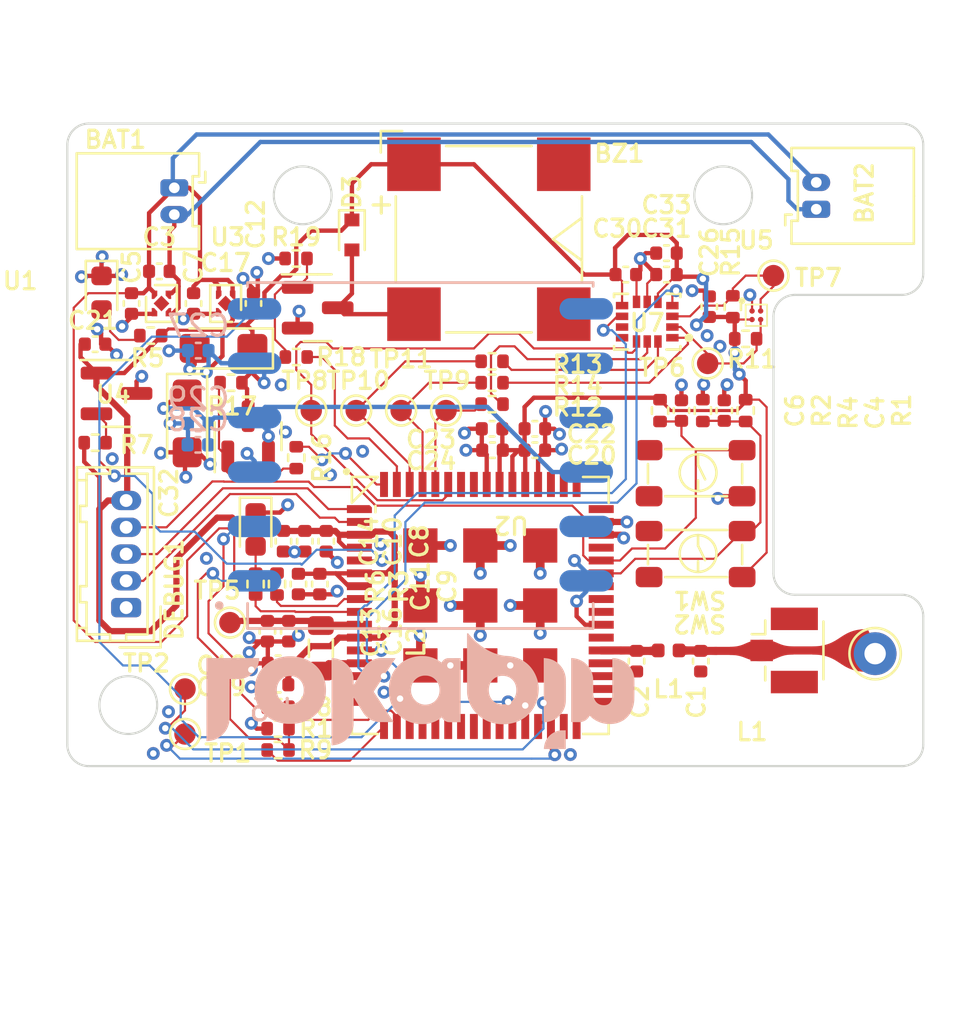
<source format=kicad_pcb>
(kicad_pcb (version 20211014) (generator pcbnew)
  (layers (0 "F.Cu" signal) (1 "In1.Cu" signal) (2 "In2.Cu" signal) (31 "B.Cu" signal) (34 "B.Paste" user) (35 "F.Paste" user) (36 "B.SilkS" user "B.Silkscreen") (37 "F.SilkS" user "F.Silkscreen") (38 "B.Mask" user) (39 "F.Mask" user) (44 "Edge.Cuts" user))
  (net 0 "")
  (net 1 "/ANTENNA")
  (net 2 "+BATT")
  (net 3 "-BATT")
  (net 4 "+3V3")
  (net 5 "BOOT0")
  (net 6 "GND")
  (net 7 "/RF")
  (net 8 "NRST")
  (net 9 "/VFBSMPS")
  (net 10 "/GPS_VDD")
  (net 11 "Net-(D1-Pad2)")
  (net 12 "Net-(D2-Pad2)")
  (net 13 "SWCLK")
  (net 14 "SWDIO")
  (net 15 "/VLXSMPS")
  (net 16 "/Q2_G")
  (net 17 "/VBAT_SENSE")
  (net 18 "LED")
  (net 19 "CBR_SW")
  (net 20 "GPS_TX")
  (net 21 "/p_GPS_TX")
  (net 22 "GPS_RX")
  (net 23 "/p_GPS_RX")
  (net 24 "/Magneto_SDA")
  (net 25 "IMU_SCK")
  (net 26 "/IMU_SCK_P")
  (net 27 "IMU_SDI")
  (net 28 "/IMU_SDI_P")
  (net 29 "IMU_SDO")
  (net 30 "/IMU_SDO_P")
  (net 31 "/Magneto_SCL")
  (net 32 "Gate_GPS")
  (net 33 "Net-(TP1-Pad1)")
  (net 34 "Net-(TP2-Pad1)")
  (net 35 "IMU_CS")
  (net 36 "IMU_INT2")
  (net 38 "1PPS")
  (net 43 "IMU_INT1")
  (net 70 "Net-(Q2-Pad1)")
  (net 71 "BUZZER")
  (net 72 "/BUZZER-")
  (footprint "Capacitor_SMD:C_0402_1005Metric" (layer "F.Cu") (at 189.85 111.2 180)
    (fp_text reference "C19")
    (fp_text value "4.7u")
  )
  (footprint "TestPoint:TestPoint_Pad_D1.0mm" (layer "F.Cu") (at 195.6 98.4)
    (fp_text reference "TP11")
    (fp_text value "TestPoint_Small")
  )
  (footprint "Connector_Hirose:Hirose_DF13-05P-1.25DSA_1x05_P1.25mm_Vertical" (layer "F.Cu") (at 182.75 107.6 90)
    (fp_text reference "DEBUG1")
    (fp_text value "1.25mm 1x5")
  )
  (footprint "Capacitor_SMD:C_0402_1005Metric" (layer "F.Cu") (at 210.7 98.4 90)
    (fp_text reference "C4")
    (fp_text value "100n")
  )
  (footprint "Resistor_SMD:R_0402_1005Metric" (layer "F.Cu") (at 190.7 95.9 180)
    (fp_text reference "R18")
    (fp_text value "1k")
  )
  (footprint "LokapinLib:RAK3172-SiP" (layer "F.Cu") (at 199.3 107.5)
    (fp_text reference "U2")
    (fp_text value "RAK3172-SiP")
  )
  (footprint "Diode_SMD:D_SOD-523" (layer "F.Cu") (at 193.3 90.2 -90)
    (fp_text reference "D3")
    (fp_text value "BAS516")
  )
  (footprint "Resistor_SMD:R_0402_1005Metric" (layer "F.Cu") (at 211.1 93.55 90)
    (fp_text reference "R15")
    (fp_text value "10k")
  )
  (footprint "Capacitor_SMD:C_0402_1005Metric" (layer "F.Cu") (at 181.3 95.3)
    (fp_text reference "C21")
    (fp_text value "100n")
  )
  (footprint "Capacitor_SMD:C_0402_1005Metric" (layer "F.Cu") (at 189.35 108.7 -90)
    (fp_text reference "C13")
    (fp_text value "470n")
  )
  (footprint "Capacitor_SMD:C_0402_1005Metric" (layer "F.Cu") (at 206.1 92.05)
    (fp_text reference "C30")
    (fp_text value "100n")
  )
  (footprint "TestPoint:TestPoint_Pad_D1.0mm" (layer "F.Cu") (at 209.925 96.2)
    (fp_text reference "TP6")
    (fp_text value "TestPoint_Small")
  )
  (footprint "Resistor_SMD:R_0402_1005Metric" (layer "F.Cu") (at 187.65 97.1)
    (fp_text reference "R17")
    (fp_text value "100k")
  )
  (footprint "Resistor_SMD:R_0402_1005Metric" (layer "F.Cu") (at 188.8 106.5 90)
    (fp_text reference "R6")
    (fp_text value "1k")
  )
  (footprint "Capacitor_SMD:C_0402_1005Metric" (layer "F.Cu") (at 190.8 106.5 -90)
    (fp_text reference "C11")
    (fp_text value "1u")
  )
  (footprint "LED_SMD:LED_0603_1608Metric" (layer "F.Cu") (at 181.6 92.9 -90)
    (fp_text reference "D1" hide)
    (fp_text value "RED")
  )
  (footprint "Capacitor_SMD:C_0402_1005Metric" (layer "F.Cu") (at 185.9 93.4 -90)
    (fp_text reference "C7")
    (fp_text value "1u")
  )
  (footprint "Package_TO_SOT_SMD:SOT-23" (layer "F.Cu") (at 182.3 97.6)
    (fp_text reference "U4")
    (fp_text value "UHE4913")
  )
  (footprint "Package_DFN_QFN:OnSemi_XDFN4-1EP_1.0x1.0mm_EP0.52x0.52mm" (layer "F.Cu") (at 187.4 93.4 180)
    (fp_text reference "U3")
    (fp_text value "TP733xx")
  )
  (footprint "Resistor_SMD:R_0402_1005Metric" (layer "F.Cu") (at 190.69 91.3 180)
    (fp_text reference "R19")
    (fp_text value "100k")
  )
  (footprint "Resistor_SMD:R_0402_1005Metric" (layer "F.Cu") (at 189.8 106.5 -90)
    (fp_text reference "R3")
    (fp_text value "1k")
  )
  (footprint "Resistor_SMD:R_0402_1005Metric" (layer "F.Cu") (at 189.85 112.25 180)
    (fp_text reference "R8")
    (fp_text value "1k")
  )
  (footprint "Capacitor_SMD:C_0402_1005Metric" (layer "F.Cu") (at 201.85 99.25)
    (fp_text reference "C22")
    (fp_text value "1u")
  )
  (footprint "Resistor_SMD:R_0402_1005Metric" (layer "F.Cu") (at 189.85 114.25)
    (fp_text reference "R9")
    (fp_text value "1k")
  )
  (footprint "TestPoint:TestPoint_Pad_D1.0mm" (layer "F.Cu") (at 191.4 98.4)
    (fp_text reference "TP8")
    (fp_text value "TestPoint_Small")
  )
  (footprint "Resistor_SMD:R_0402_1005Metric" (layer "F.Cu") (at 199.85 97.1)
    (fp_text reference "R14")
    (fp_text value "0R")
  )
  (footprint "Resistor_SMD:R_0402_1005Metric" (layer "F.Cu") (at 199.85 98.1)
    (fp_text reference "R12")
    (fp_text value "0R")
  )
  (footprint "LokapinLib:QMC6308" (layer "F.Cu") (at 212.2 93.95)
    (fp_text reference "U5")
    (fp_text value "QMC6308")
  )
  (footprint "LokapinLib:MagneticBuzzer_8530_SMD" (layer "F.Cu") (at 199.7 90.4)
    (fp_text reference "BZ1")
    (fp_text value "MLT-8530")
  )
  (footprint "Capacitor_SMD:C_0402_1005Metric" (layer "F.Cu") (at 190.1 104.5 -90)
    (fp_text reference "C14")
    (fp_text value "4.7u")
  )
  (footprint "Connector_Molex:Molex_PicoBlade_53048-0210_1x02_P1.25mm_Horizontal" (layer "F.Cu") (at 215 89 90)
    (fp_text reference "BAT2")
    (fp_text value "1.25mm Push-Pull 1x2")
  )
  (footprint "Inductor_SMD:L_0402_1005Metric" (layer "F.Cu") (at 208.1 109.6)
    (fp_text reference "L1")
    (fp_text value "L")
  )
  (footprint "TestPoint:TestPoint_Pad_D1.0mm" (layer "F.Cu") (at 213 92.1)
    (fp_text reference "TP7")
    (fp_text value "TestPoint_Small")
  )
  (footprint "TestPoint:TestPoint_Pad_D1.0mm" (layer "F.Cu") (at 187.6 108.3)
    (fp_text reference "TP5")
    (fp_text value "TestPoint_Alt")
  )
  (footprint "Capacitor_Tantalum_SMD:CP_EIA-3216-18_Kemet-A" (layer "F.Cu") (at 185.6 99 -90)
    (fp_text reference "C32")
    (fp_text value "47u")
  )
  (footprint "Resistor_SMD:R_0402_1005Metric" (layer "F.Cu") (at 211.7 98.4 -90)
    (fp_text reference "R1")
    (fp_text value "DNP")
  )
  (footprint "Capacitor_SMD:C_0402_1005Metric" (layer "F.Cu") (at 188.7 93.4 90)
    (fp_text reference "C12")
    (fp_text value "4.7u")
  )
  (footprint "Resistor_SMD:R_0402_1005Metric" (layer "F.Cu") (at 207.7 98.4 -90)
    (fp_text reference "R4")
    (fp_text value "100k")
  )
  (footprint "Capacitor_SMD:C_0402_1005Metric" (layer "F.Cu") (at 208 91.05 180)
    (fp_text reference "C33")
    (fp_text value "1u")
  )
  (footprint "Resistor_SMD:R_0402_1005Metric" (layer "F.Cu") (at 181.3 99.9)
    (fp_text reference "R7")
    (fp_text value "DNP")
  )
  (footprint "Package_DFN_QFN:OnSemi_XDFN4-1EP_1.0x1.0mm_EP0.52x0.52mm" (layer "F.Cu") (at 184.4 93.4)
    (fp_text reference "U1")
    (fp_text value "AP6683")
  )
  (footprint "Capacitor_Tantalum_SMD:CP_EIA-3216-18_Kemet-A" (layer "F.Cu") (at 187.3 95.5 180)
    (fp_text reference "C17")
    (fp_text value "47u")
  )
  (footprint "Inductor_SMD:L_0805_2012Metric" (layer "F.Cu") (at 191.85 109.5 90)
    (fp_text reference "L2")
    (fp_text value "15u")
  )
  (footprint "Resistor_SMD:R_0402_1005Metric" (layer "F.Cu") (at 189.85 113.25)
    (fp_text reference "R10")
    (fp_text value "DNP")
  )
  (footprint "Capacitor_SMD:C_0402_1005Metric" (layer "F.Cu") (at 199.87 100.25 180)
    (fp_text reference "C24")
    (fp_text value "4.7u")
  )
  (footprint "Resistor_SMD:R_0402_1005Metric" (layer "F.Cu") (at 199.85 96.1)
    (fp_text reference "R13")
    (fp_text value "0R")
  )
  (footprint "Resistor_SMD:R_0402_1005Metric" (layer "F.Cu") (at 183.9 94.9 180)
    (fp_text reference "R5")
    (fp_text value "DNP")
  )
  (footprint "Capacitor_SMD:C_0402_1005Metric" (layer "F.Cu") (at 208.7 98.4 90)
    (fp_text reference "C6")
    (fp_text value "100n")
  )
  (footprint "Package_TO_SOT_SMD:SOT-23" (layer "F.Cu") (at 191.7 93.6)
    (fp_text reference "Q2" hide)
    (fp_text value "SI2302")
  )
  (footprint "TestPoint:TestPoint_Pad_D1.0mm" (layer "F.Cu") (at 193.5 98.4)
    (fp_text reference "TP10")
    (fp_text value "TestPoint_Small")
  )
  (footprint "Capacitor_SMD:C_0402_1005Metric" (layer "F.Cu") (at 210 93.55 90)
    (fp_text reference "C26")
    (fp_text value "100n")
  )
  (footprint "Capacitor_SMD:C_0402_1005Metric" (layer "F.Cu") (at 191.1 104.5 -90)
    (fp_text reference "C10")
    (fp_text value "1u")
  )
  (footprint "Capacitor_SMD:C_0402_1005Metric" (layer "F.Cu") (at 206.6 110.1 -90)
    (fp_text reference "C2")
    (fp_text value "C")
  )
  (footprint "TestPoint:TestPoint_Pad_D1.0mm" (layer "F.Cu") (at 197.7 98.4)
    (fp_text reference "TP9")
    (fp_text value "TestPoint_Small")
  )
  (footprint "Capacitor_SMD:C_0402_1005Metric" (layer "F.Cu") (at 208 92.05 180)
    (fp_text reference "C31")
    (fp_text value "100n")
  )
  (footprint "Connector_Coaxial:U.FL_Hirose_U.FL-R-SMT-1_Vertical" (layer "F.Cu") (at 213.5 109.6)
    (fp_text reference "ANT2" hide)
    (fp_text value "U.FL" hide)
  )
  (footprint "Capacitor_SMD:C_0402_1005Metric" (layer "F.Cu") (at 191.8 106.5 -90)
    (fp_text reference "C9")
    (fp_text value "100n")
  )
  (footprint "Capacitor_SMD:C_0402_1005Metric" (layer "F.Cu") (at 199.85 99.25 180)
    (fp_text reference "C23")
    (fp_text value "1u")
  )
  (footprint "Package_TO_SOT_SMD:SOT-23" (layer "F.Cu") (at 188.45 99.6 90)
    (fp_text reference "Q1" hide)
    (fp_text value "AO3401" hide)
  )
  (footprint "TestPoint:TestPoint_Pad_D1.0mm" (layer "F.Cu") (at 185.5 111.4)
    (fp_text reference "TP2")
    (fp_text value "TestPoint_Alt")
  )
  (footprint "LED_SMD:LED_0603_1608Metric" (layer "F.Cu") (at 188.8 103.95 -90)
    (fp_text reference "D2" hide)
    (fp_text value "GREEN")
  )
  (footprint "Connector_Molex:Molex_PicoBlade_53048-0210_1x02_P1.25mm_Horizontal" (layer "F.Cu") (at 185 88 -90)
    (fp_text reference "BAT1")
    (fp_text value "1.25mm Push-Pull 1x2")
  )
  (footprint "Capacitor_SMD:C_0402_1005Metric" (layer "F.Cu") (at 184.3 91.9)
    (fp_text reference "C3")
    (fp_text value "100n")
  )
  (footprint "Capacitor_SMD:C_0402_1005Metric" (layer "F.Cu") (at 192.1 104.5 -90)
    (fp_text reference "C8")
    (fp_text value "100n")
  )
  (footprint "LokapinLib:QMI8658" (layer "F.Cu") (at 207.1 94.25 180)
    (fp_text reference "U7")
    (fp_text value "QMI8658")
  )
  (footprint "LokapinLib:5.2mm x 3.35mm Tactile Switch" (layer "F.Cu") (at 209.5 105 180)
    (fp_text reference "SW2")
    (fp_text value "SW_Push")
  )
  (footprint "Capacitor_SMD:C_0402_1005Metric" (layer "F.Cu") (at 201.85 100.25)
    (fp_text reference "C20")
    (fp_text value "100n")
  )
  (footprint "Capacitor_SMD:C_0402_1005Metric" (layer "F.Cu") (at 209.6 110.1 -90)
    (fp_text reference "C1")
    (fp_text value "C")
  )
  (footprint "Resistor_SMD:R_0402_1005Metric" (layer "F.Cu") (at 190.7 100.6 -90)
    (fp_text reference "R16")
    (fp_text value "1k")
  )
  (footprint "Resistor_SMD:R_0402_1005Metric" (layer "F.Cu") (at 209.7 98.4 90)
    (fp_text reference "R2")
    (fp_text value "100k")
  )
  (footprint "LokapinLib:5.2mm x 3.35mm Tactile Switch" (layer "F.Cu") (at 209.5 101.225 180)
    (fp_text reference "SW1")
    (fp_text value "SW_Push")
  )
  (footprint "TestPoint:TestPoint_Pad_D1.0mm" (layer "F.Cu") (at 185.5 113.5)
    (fp_text reference "TP1")
    (fp_text value "TestPoint_Alt")
  )
  (footprint "Capacitor_SMD:C_0402_1005Metric" (layer "F.Cu") (at 183 93.4 -90)
    (fp_text reference "C5")
    (fp_text value "100n")
  )
  (footprint "Capacitor_SMD:C_0402_1005Metric" (layer "F.Cu") (at 190.35 108.7 -90)
    (fp_text reference "C16")
    (fp_text value "100n")
  )
  (footprint "Resistor_SMD:R_0402_1005Metric" (layer "F.Cu") (at 211.7 95.05)
    (fp_text reference "R11")
    (fp_text value "10k")
  )
  (footprint "Capacitor_SMD:C_0402_1005Metric" (layer "F.Cu") (at 189.85 110.2 180)
    (fp_text reference "C18")
    (fp_text value "100n")
  )
  (footprint "TestPoint:TestPoint_THTPad_D2.0mm_Drill1.0mm" (layer "F.Cu") (at 217.75 109.75)
    (fp_text reference "ANT1" hide)
    (fp_text value "915MHz" hide)
  )
  (footprint "Capacitor_SMD:C_0402_1005Metric" (layer "B.Cu") (at 186.12 95.6 180)
    (fp_text reference "C27")
    (fp_text value "100n")
  )
  (footprint "Capacitor_SMD:C_0402_1005Metric" (layer "B.Cu") (at 186.12 99 180)
    (fp_text reference "C29")
    (fp_text value "10u")
  )
  (footprint "Lokapin:Lokapin Footprint" (layer "B.Cu") (at 196.5 111.5)
    (fp_text reference "G***" hide)
    (fp_text value "LOGO" hide)
  )
  (footprint "Capacitor_SMD:C_0402_1005Metric" (layer "B.Cu") (at 186.1 100 180)
    (fp_text reference "C28")
    (fp_text value "100n")
  )
  (footprint "LokapinLib:XCVR_L80RE-M37" (layer "B.Cu") (at 196.5 100)
    (fp_text reference "U6")
    (fp_text value "L80RE-M37")
  )
  (gr_line (start 219 107) (end 214 107) (layer "Edge.Cuts") (width 0.1))
  (gr_arc (start 213 94) (mid 213.292893 93.292893) (end 214 93) (layer "Edge.Cuts") (width 0.1))
  (gr_arc (start 219 107) (mid 219.707107 107.292893) (end 220 108) (layer "Edge.Cuts") (width 0.1))
  (gr_arc (start 214 107) (mid 213.292893 106.707107) (end 213 106) (layer "Edge.Cuts") (width 0.1))
  (gr_line (start 213 106) (end 213 94) (layer "Edge.Cuts") (width 0.1))
  (gr_line (start 220 108) (end 220 114) (layer "Edge.Cuts") (width 0.1))
  (gr_arc (start 219 85) (mid 219.707107 85.292893) (end 220 86) (layer "Edge.Cuts") (width 0.1))
  (gr_circle (center 210.65 88.35) (end 212 88.35) (layer "Edge.Cuts") (width 0.1) (fill none))
  (gr_line (start 219 85) (end 181 85) (layer "Edge.Cuts") (width 0.1))
  (gr_circle (center 191 88.35) (end 192.35 88.35) (layer "Edge.Cuts") (width 0.1) (fill none))
  (gr_arc (start 180 86) (mid 180.292893 85.292893) (end 181 85) (layer "Edge.Cuts") (width 0.1))
  (gr_arc (start 220 92) (mid 219.707107 92.707107) (end 219 93) (layer "Edge.Cuts") (width 0.1))
  (gr_line (start 220 92) (end 220 86) (layer "Edge.Cuts") (width 0.1))
  (gr_line (start 180 86) (end 180 114) (layer "Edge.Cuts") (width 0.1))
  (gr_arc (start 181 115) (mid 180.292893 114.707107) (end 180 114) (layer "Edge.Cuts") (width 0.1))
  (gr_line (start 214 93) (end 219 93) (layer "Edge.Cuts") (width 0.1))
  (gr_circle (center 182.85 112.15) (end 184.2 112.15) (layer "Edge.Cuts") (width 0.1) (fill none))
  (gr_arc (start 220 114) (mid 219.707107 114.707107) (end 219 115) (layer "Edge.Cuts") (width 0.1))
  (gr_line (start 181 115) (end 219 115) (layer "Edge.Cuts") (width 0.1))
  (gr_text "L1" (at 212 113.4) (layer "F.SilkS") (effects (font (size 0.8128 0.8128))))
  (segment (start 212.45 109.6) (end 217.8 109.6) (width 0.38) (layer "F.Cu") (net 1))
  (segment (start 209.6 109.62) (end 212.43 109.62) (width 0.38) (layer "F.Cu") (net 1))
  (segment (start 208.585 109.6) (end 209.58 109.6) (width 0.38) (layer "F.Cu") (net 1))
  (segment (start 183 92.92) (end 183.56 92.92) (width 0.2032) (layer "F.Cu") (net 2))
  (segment (start 180.98 92.92) (end 183 92.92) (width 0.1016) (layer "F.Cu") (net 2))
  (segment (start 189.8 105.99) (end 189.8 106) (width 0.1016) (layer "F.Cu") (net 2))
  (segment (start 188.4 106.5) (end 187.8 105.9) (width 0.1016) (layer "F.Cu") (net 2))
  (segment (start 185.6 105.4) (end 185.6 108) (width 0.1016) (layer "F.Cu") (net 2))
  (segment (start 187.8 104.2) (end 187.5 103.9) (width 0.1016) (layer "F.Cu") (net 2))
  (segment (start 187.5 103.9) (end 187.1 103.9) (width 0.1016) (layer "F.Cu") (net 2))
  (segment (start 185.9 92.6) (end 185.9 92.92) (width 0.2032) (layer "F.Cu") (net 2))
  (segment (start 181.3 109.2) (end 180.3 108.2) (width 0.1016) (layer "F.Cu") (net 2))
  (segment (start 187.075 92.915) (end 187.075 92.575) (width 0.2032) (layer "F.Cu") (net 2))
  (segment (start 187.725 92.525) (end 187.5 92.3) (width 0.2032) (layer "F.Cu") (net 2))
  (segment (start 183.56 92.92) (end 183.82 92.66) (width 0.2032) (layer "F.Cu") (net 2))
  (segment (start 187.075 92.575) (end 186.8 92.3) (width 0.2032) (layer "F.Cu") (net 2))
  (segment (start 183.82 92.66) (end 184.075 92.915) (width 0.2032) (layer "F.Cu") (net 2))
  (segment (start 187.725 92.915) (end 187.725 92.525) (width 0.2032) (layer "F.Cu") (net 2))
  (segment (start 183.82 89.18) (end 185 88) (width 0.2032) (layer "F.Cu") (net 2))
  (segment (start 189.8 106) (end 189.3 106.5) (width 0.1016) (layer "F.Cu") (net 2))
  (segment (start 187.8 105.9) (end 187.8 104.2) (width 0.1016) (layer "F.Cu") (net 2))
  (segment (start 185.6 108) (end 184.4 109.2) (width 0.1016) (layer "F.Cu") (net 2))
  (segment (start 186.8 92.3) (end 186.2 92.3) (width 0.2032) (layer "F.Cu") (net 2))
  (segment (start 183.82 91.9) (end 183.82 89.18) (width 0.2032) (layer "F.Cu") (net 2))
  (segment (start 183.82 91.9) (end 183.82 92.66) (width 0.2032) (layer "F.Cu") (net 2))
  (segment (start 189.3 106.5) (end 188.4 106.5) (width 0.1016) (layer "F.Cu") (net 2))
  (segment (start 187.1 103.9) (end 185.6 105.4) (width 0.1016) (layer "F.Cu") (net 2))
  (segment (start 184.4 109.2) (end 181.3 109.2) (width 0.1016) (layer "F.Cu") (net 2))
  (segment (start 185.7 88) (end 186.2 88.5) (width 0.2032) (layer "F.Cu") (net 2))
  (segment (start 185 88) (end 185.7 88) (width 0.2032) (layer "F.Cu") (net 2))
  (segment (start 186.2 88.5) (end 186.2 92.3) (width 0.2032) (layer "F.Cu") (net 2))
  (segment (start 186.2 92.3) (end 185.9 92.6) (width 0.2032) (layer "F.Cu") (net 2))
  (segment (start 180.3 108.2) (end 180.3 93.6) (width 0.1016) (layer "F.Cu") (net 2))
  (segment (start 187.5 92.3) (end 186.8 92.3) (width 0.2032) (layer "F.Cu") (net 2))
  (segment (start 180.3 93.6) (end 180.98 92.92) (width 0.1016) (layer "F.Cu") (net 2))
  (segment (start 184.93 86.62) (end 184.93 87.93) (width 0.2032) (layer "B.Cu") (net 2))
  (segment (start 186.04 85.51) (end 184.93 86.62) (width 0.2032) (layer "B.Cu") (net 2))
  (segment (start 215 87.75) (end 212.76 85.51) (width 0.2032) (layer "B.Cu") (net 2))
  (segment (start 212.76 85.51) (end 186.04 85.51) (width 0.2032) (layer "B.Cu") (net 2))
  (segment (start 184.93 87.93) (end 185 88) (width 0.2032) (layer "B.Cu") (net 2))
  (segment (start 184.885 92.915) (end 185.2 92.6) (width 0.2032) (layer "F.Cu") (net 3))
  (segment (start 185 89.8) (end 185 89.25) (width 0.2032) (layer "F.Cu") (net 3))
  (segment (start 184.78 90.02) (end 185 89.8) (width 0.2032) (layer "F.Cu") (net 3))
  (segment (start 185.2 93.6) (end 185.2 92.6) (width 0.2032) (layer "F.Cu") (net 3))
  (segment (start 185.2 92.6) (end 185.2 92.32) (width 0.2032) (layer "F.Cu") (net 3))
  (segment (start 184.725 92.915) (end 184.885 92.915) (width 0.2032) (layer "F.Cu") (net 3))
  (segment (start 184.78 91.9) (end 184.78 90.02) (width 0.2032) (layer "F.Cu") (net 3))
  (segment (start 185.2 92.32) (end 184.78 91.9) (width 0.2032) (layer "F.Cu") (net 3))
  (segment (start 184.915 93.885) (end 185.2 93.6) (width 0.2032) (layer "F.Cu") (net 3))
  (segment (start 184.725 93.885) (end 184.915 93.885) (width 0.2032) (layer "F.Cu") (net 3))
  (segment (start 213.7 88.6) (end 214.1 89) (width 0.2032) (layer "B.Cu") (net 3))
  (segment (start 189.02 85.86) (end 211.96 85.86) (width 0.2032) (layer "B.Cu") (net 3))
  (segment (start 185 89.25) (end 185.63 89.25) (width 0.2032) (layer "B.Cu") (net 3))
  (segment (start 214.1 89) (end 215 89) (width 0.2032) (layer "B.Cu") (net 3))
  (segment (start 211.96 85.86) (end 213.7 87.6) (width 0.2032) (layer "B.Cu") (net 3))
  (segment (start 185.63 89.25) (end 189.02 85.86) (width 0.2032) (layer "B.Cu") (net 3))
  (segment (start 213.7 87.6) (end 213.7 88.6) (width 0.2032) (layer "B.Cu") (net 3))
  (segment (start 194.4 104.05) (end 195.05 104.05) (width 0.29337) (layer "F.Cu") (net 4))
  (segment (start 190.1 104.02) (end 191.1 104.02) (width 0.29337) (layer "F.Cu") (net 4))
  (segment (start 188.4 98.6625) (end 188.4 97.39) (width 0.2032) (layer "F.Cu") (net 4))
  (segment (start 211.19 95.05) (end 211.19 95.69) (width 0.2032) (layer "F.Cu") (net 4))
  (segment (start 190 92.1) (end 189.21272 92.88728) (width 0.2032) (layer "F.Cu") (net 4))
  (segment (start 211.7 97.89) (end 211.7 98) (width 0.1016) (layer "F.Cu") (net 4))
  (segment (start 211.7 97) (end 211.7 97.89) (width 0.2032) (layer "F.Cu") (net 4))
  (segment (start 201.37 98.23) (end 201.8 97.8) (width 0.2032) (layer "F.Cu") (net 4))
  (segment (start 193.3 87.8) (end 193.3 89.5) (width 0.2032) (layer "F.Cu") (net 4))
  (segment (start 190.6 110.2) (end 191.4 109.4) (width 0.29337) (layer "F.Cu") (net 4))
  (segment (start 211.19 94.15) (end 211.1 94.06) (width 0.2032) (layer "F.Cu") (net 4))
  (segment (start 188.4 97.39) (end 188.11 97.1) (width 0.2032) (layer "F.Cu") (net 4))
  (segment (start 207.7 97.9) (end 207.7 97.89) (width 0.14605) (layer "F.Cu") (net 4))
  (segment (start 211.3 98.4) (end 208.2 98.4) (width 0.14605) (layer "F.Cu") (net 4))
  (segment (start 212.33 97.89) (end 211.7 97.89) (width 0.1016) (layer "F.Cu") (net 4))
  (segment (start 205.6 90.8) (end 205.6 92.03) (width 0.2032) (layer "F.Cu") (net 4))
  (segment (start 183.9 108.7) (end 182 108.7) (width 0.29337) (layer "F.Cu") (net 4))
  (segment (start 190.7 90.7) (end 190.7 91.8) (width 0.2032) (layer "F.Cu") (net 4))
  (segment (start 191.401448 89.998552) (end 190.7 90.7) (width 0.2032) (layer "F.Cu") (net 4))
  (segment (start 211.19 95.69) (end 211.2 95.7) (width 0.2032) (layer "F.Cu") (net 4))
  (segment (start 185.1 94.59) (end 185.16 94.65) (width 0.14605) (layer "F.Cu") (net 4))
  (segment (start 209.7 92.25) (end 209.6 92.15) (width 0.2032) (layer "F.Cu") (net 4))
  (segment (start 193.65 106) (end 192.55 106) (width 0.2032) (layer "F.Cu") (net 4))
  (segment (start 211.4 96.7) (end 211.7 97) (width 0.2032) (layer "F.Cu") (net 4))
  (segment (start 188.32 104.02) (end 187.7 103.4) (width 0.29337) (layer "F.Cu") (net 4))
  (segment (start 192.7 109) (end 193.65 109) (width 0.29337) (layer "F.Cu") (net 4))
  (segment (start 201.37 99.25) (end 201.37 100.25) (width 0.2032) (layer "F.Cu") (net 4))
  (segment (start 187.7 103.4) (end 187 103.4) (width 0.29337) (layer "F.Cu") (net 4))
  (segment (start 187 103.4) (end 185.1 105.3) (width 0.29337) (layer "F.Cu") (net 4))
  (segment (start 192.3 109.4) (end 192.7 109) (width 0.29337) (layer "F.Cu") (net 4))
  (segment (start 192.55 106) (end 191.82 106) (width 0.2032) (layer "F.Cu") (net 4))
  (segment (start 192.1 104.02) (end 192.52 104.02) (width 0.29337) (layer "F.Cu") (net 4))
  (segment (start 199 86.9) (end 204.15 92.05) (width 0.2032) (layer "F.Cu") (net 4))
  (segment (start 195.3 104.3) (end 195.3 105.65) (width 0.29337) (layer "F.Cu") (net 4))
  (segment (start 211.19 95.05) (end 211.19 94.15) (width 0.2032) (layer "F.Cu") (net 4))
  (segment (start 196.2 86.9) (end 194.2 86.9) (width 0.2032) (layer "F.Cu") (net 4))
  (segment (start 208.2 98.4) (end 207.7 97.9) (width 0.14605) (layer "F.Cu") (net 4))
  (segment (start 181.3625 97.249919) (end 181.3625 96.65) (width 0.29337) (layer "F.Cu") (net 4))
  (segment (start 211.07 94.03) (end 211.1 94.06) (width 0.2032) (layer "F.Cu") (net 4))
  (segment (start 209.6 92.15) (end 208.58 92.15) (width 0.2032) (layer "F.Cu") (net 4))
  (segment (start 210 94.03) (end 209.77 94.03) (width 0.2032) (layer "F.Cu") (net 4))
  (segment (start 210 94.03) (end 211.07 94.03) (width 0.2032) (layer "F.Cu") (net 4))
  (segment (start 188.605 96.605) (end 189.1 97.1) (width 0.2032) (layer "F.Cu") (net 4))
  (segment (start 190.33 110.2) (end 190.33 111.2) (width 0.29337) (layer "F.Cu") (net 4))
  (segment (start 205.925 92.355) (end 205.62 92.05) (width 0.1016) (layer "F.Cu") (net 4))
  (segment (start 193.65 104.2) (end 194.25 104.2) (width 0.29337) (layer "F.Cu") (net 4))
  (segment (start 181.5 101.5) (end 181.5 103) (width 0.2032) (layer "F.Cu") (net 4))
  (segment (start 192.801448 89.998552) (end 191.401448 89.998552) (width 0.2032) (layer "F.Cu") (net 4))
  (segment (start 188.38 94.4) (end 188.9 93.88) (width 0.2032) (layer "F.Cu") (net 4))
  (segment (start 201.37 99.25) (end 201.37 98.23) (width 0.2032) (layer "F.Cu") (net 4))
  (segment (start 181.5 103) (end 181.9 102.6) (width 0.29337) (layer "F.Cu") (net 4))
  (segment (start 194.7 109) (end 193.65 109) (width 0.29337) (layer "F.Cu") (net 4))
  (segment (start 189.21272 92.88728) (end 189.21272 93.36728) (width 0.2032) (layer "F.Cu") (net 4))
  (segment (start 182.8 102.6) (end 182.8 98.687419) (width 0.29337) (layer "F.Cu") (net 4))
  (segment (start 185.1 107.5) (end 183.9 108.7) (width 0.29337) (layer "F.Cu") (net 4))
  (segment (start 188.605 96.605) (end 188.11 97.1) (width 0.2032) (layer "F.Cu") (net 4))
  (segment (start 206.2 90.2) (end 205.6 90.8) (width 0.2032) (layer "F.Cu") (net 4))
  (segment (start 182.8 98.687419) (end 181.3625 97.249919) (width 0.29337) (layer "F.Cu") (net 4))
  (segment (start 187.5 94.4) (end 187.725 94.175) (width 0.2032) (layer "F.Cu") (net 4))
  (segment (start 188.65 94.67) (end 188.38 94.4) (width 0.2032) (layer "F.Cu") (net 4))
  (segment (start 211.7 98) (end 211.3 98.4) (width 0.14605) (layer "F.Cu") (net 4))
  (segment (start 180.79 99.9) (end 180.79 100.79) (width 0.2032) (layer "F.Cu") (net 4))
  (segment (start 181.3625 96.65) (end 182.66 96.65) (width 0.2032) (layer "F.Cu") (net 4))
  (segment (start 201.4 100.28) (end 201.37 100.25) (width 0.2032) (layer "F.Cu") (net 4))
  (segment (start 207.61 97.8) (end 207.7 97.89) (width 0.2032) (layer "F.Cu") (net 4))
  (segment (start 184.72 94.59) (end 184.41 94.9) (width 0.14605) (layer "F.Cu") (net 4))
  (segment (start 194.2 86.9) (end 193.3 87.8) (width 0.2032) (layer "F.Cu") (net 4))
  (segment (start 209.77 94.03) (end 209.4 94.4) (width 0.2032) (layer "F.Cu") (net 4))
  (segment (start 181.5 108.2) (end 181.5 103) (width 0.29337) (layer "F.Cu") (net 4))
  (segment (start 190.1 104.02) (end 188.32 104.02) (width 0.29337) (layer "F.Cu") (net 4))
  (segment (start 181.25112 96.65) (end 181.3625 96.65) (width 0.2032) (layer "F.Cu") (net 4))
  (segment (start 200.33 100.23) (end 200.35 100.25) (width 0.2032) (layer "F.Cu") (net 4))
  (segment (start 208.48 91.05) (end 208.48 92.05) (width 0.2032) (layer "F.Cu") (net 4))
  (segment (start 184.72 94.59) (end 185.1 94.59) (width 0.14605) (layer "F.Cu") (net 4))
  (segment (start 190.4 92.1) (end 190 92.1) (width 0.2032) (layer "F.Cu") (net 4))
  (segment (start 204.15 92.05) (end 205.62 92.05) (width 0.2032) (layer "F.Cu") (net 4))
  (segment (start 200.8 100.54) (end 201.09 100.25) (width 0.2032) (layer "F.Cu") (net 4))
  (segment (start 212 94.15) (end 211.19 94.15) (width 0.1016) (layer "F.Cu") (net 4))
  (segment (start 212.68 98.24) (end 212.33 97.89) (width 0.1016) (layer "F.Cu") (net 4))
  (segment (start 201.8 97.8) (end 207.61 97.8) (width 0.2032) (layer "F.Cu") (net 4))
  (segment (start 207.6 93.325) (end 207.6 92.93) (width 0.1016) (layer "F.Cu") (net 4))
  (segment (start 192.99 104.8) (end 192.7 104.51) (width 0.2032) (layer "F.Cu") (net 4))
  (segment (start 208.58 92.15) (end 208.48 92.05) (width 0.2032) (layer "F.Cu") (net 4))
  (segment (start 193.15 106.6) (end 192.55 106) (width 0.2032) (layer "F.Cu") (net 4))
  (segment (start 192.7 104.51) (end 192.7 104.2) (width 0.2032) (layer "F.Cu") (net 4))
  (segment (start 212.68 105.030232) (end 212.68 98.24) (width 0.1016) (layer "F.Cu") (net 4))
  (segment (start 186.5 96.6) (end 187.25 95.85) (width 0.2032) (layer "F.Cu") (net 4))
  (segment (start 182 108.7) (end 181.5 108.2) (width 0.29337) (layer "F.Cu") (net 4))
  (segment (start 208.48 90.58) (end 208.1 90.2) (width 0.2032) (layer "F.Cu") (net 4))
  (segment (start 181.9 102.6) (end 182.8 102.6) (width 0.29337) (layer "F.Cu") (net 4))
  (segment (start 193.65 106.6) (end 193.15 106.6) (width 0.2032) (layer "F.Cu") (net 4))
  (segment (start 189.21272 93.36728) (end 188.7 93.88) (width 0.2032) (layer "F.Cu") (net 4))
  (segment (start 192.52 104.02) (end 192.7 104.2) (width 0.29337) (layer "F.Cu") (net 4))
  (segment (start 200.2 101.85) (end 200.2 100.4) (width 0.2032) (layer "F.Cu") (net 4))
  (segment (start 188.65 95.5) (end 188.65 94.67) (width 0.2032) (layer "F.Cu") (net 4))
  (segment (start 188.65 95.5) (end 188.65 96.56) (width 0.2032) (layer "F.Cu") (net 4))
  (segment (start 190.7 91.8) (end 190.4 92.1) (width 0.2032) (layer "F.Cu") (net 4))
  (segment (start 188.65 96.56) (end 188.605 96.605) (width 0.2032) (layer "F.Cu") (net 4))
  (segment (start 187.25 95.85) (end 187.25 94.65) (width 0.2032) (layer "F.Cu") (net 4))
  (segment (start 194.95 106) (end 193.65 106) (width 0.29337) (layer "F.Cu") (net 4))
  (segment (start 187.5 94.4) (end 188.38 94.4) (width 0.2032) (layer "F.Cu") (net 4))
  (segment (start 180.62 95.3) (end 180.62 95.9075) (width 0.2032) (layer "F.Cu") (net 4))
  (segment (start 205.925 93.5) (end 205.925 92.355) (width 0.1016) (layer "F.Cu") (net 4))
  (segment (start 200.35 100.25) (end 201.09 100.25) (width 0.2032) (layer "F.Cu") (net 4))
  (segment (start 200.33 99.25) (end 200.33 100.23) (width 0.2032) (layer "F.Cu") (net 4))
  (segment (start 190.33 110.2) (end 190.6 110.2) (width 0.29337) (layer "F.Cu") (net 4))
  (segment (start 191.4 109.4) (end 192.3 109.4) (width 0.29337) (layer "F.Cu") (net 4))
  (segment (start 200.2 100.4) (end 200.35 100.25) (width 0.2032) (layer "F.Cu") (net 4))
  (segment (start 182.66 96.65) (end 184.41 94.9) (width 0.2032) (layer "F.Cu") (net 4))
  (segment (start 185.1 105.3) (end 185.1 107.5) (width 0.29337) (layer "F.Cu") (net 4))
  (segment (start 192.7 104.2) (end 193.65 104.2) (width 0.29337) (layer "F.Cu") (net 4))
  (segment (start 193.65 104.8) (end 192.99 104.8) (width 0.2032) (layer "F.Cu") (net 4))
  (segment (start 193.3 89.5) (end 192.801448 89.998552) (width 0.2032) (layer "F.Cu") (net 4))
  (segment (start 196.2 86.9) (end 199 86.9) (width 0.2032) (layer "F.Cu") (net 4))
  (segment (start 195.05 104.05) (end 195.3 104.3) (width 0.29337) (layer "F.Cu") (net 4))
  (segment (start 201.4 101.85) (end 201.4 100.28) (width 0.2032) (layer "F.Cu") (net 4))
  (segment (start 185.16 94.65) (end 187.25 94.65) (width 0.14605) (layer "F.Cu") (net 4))
  (segment (start 191.82 106) (end 191.8 106.02) (width 0.2032) (layer "F.Cu") (net 4))
  (segment (start 195.3 108.4) (end 194.7 109) (width 0.29337) (layer "F.Cu") (net 4))
  (segment (start 205.6 92.03) (end 205.62 92.05) (width 0.2032) (layer "F.Cu") (net 4))
  (segment (start 195.3 105.65) (end 194.95 106) (width 0.29337) (layer "F.Cu") (net 4))
  (segment (start 190.8 106.02) (end 191.8 106.02) (width 0.2032) (layer "F.Cu") (net 4))
  (segment (start 208.1 90.2) (end 206.2 90.2) (width 0.2032) (layer "F.Cu") (net 4))
  (segment (start 191.1 104.02) (end 192.1 104.02) (width 0.29337) (layer "F.Cu") (net 4))
  (segment (start 194.25 104.2) (end 194.4 104.05) (width 0.29337) (layer "F.Cu") (net 4))
  (segment (start 208.48 91.05) (end 208.48 90.58) (width 0.2032) (layer "F.Cu") (net 4))
  (segment (start 189.1 97.1) (end 189.2 97.1) (width 0.2032) (layer "F.Cu") (net 4))
  (segment (start 187.25 94.65) (end 187.5 94.4) (width 0.14605) (layer "F.Cu") (net 4))
  (segment (start 187.725 94.175) (end 187.725 93.885) (width 0.2032) (layer "F.Cu") (net 4))
  (segment (start 180.62 95.9075) (end 181.3625 96.65) (width 0.2032) (layer "F.Cu") (net 4))
  (segment (start 201.09 100.25) (end 201.37 100.25) (width 0.2032) (layer "F.Cu") (net 4))
  (segment (start 180.79 100.79) (end 181.5 101.5) (width 0.2032) (layer "F.Cu") (net 4))
  (segment (start 195.3 105.65) (end 195.3 108.4) (width 0.29337) (layer "F.Cu") (net 4))
  (segment (start 207.6 92.93) (end 208.48 92.05) (width 0.1016) (layer "F.Cu") (net 4))
  (segment (start 200.8 101.85) (end 200.8 100.54) (width 0.2032) (layer "F.Cu") (net 4))
  (segment (start 211.535232 106.175) (end 212.68 105.030232) (width 0.1016) (layer "F.Cu") (net 4))
  (via (at 209.4 94.4) (size 0.6) (drill 0.3) (layers "F.Cu" "B.Cu") (net 4))
  (via (at 209.7 92.25) (size 0.6) (drill 0.3) (layers "F.Cu" "B.Cu") (net 4))
  (via (at 211.4 96.7) (size 0.6) (drill 0.3) (layers "F.Cu" "B.Cu") (net 4))
  (via (at 211.2 95.7) (size 0.6) (drill 0.3) (layers "F.Cu" "B.Cu") (net 4))
  (via (at 189.2 97.1) (size 0.6) (drill 0.3) (layers "F.Cu" "B.Cu") (net 4))
  (via (at 186.5 96.6) (size 0.6) (drill 0.3) (layers "F.Cu" "B.Cu") (net 4))
  (segment (start 189.2 97.1) (end 189.2 96.64) (width 0.2032) (layer "B.Cu") (net 4))
  (segment (start 211.2 95.7) (end 211.2 96.5) (width 0.2032) (layer "B.Cu") (net 4))
  (segment (start 187.19 96.19) (end 188.75 96.19) (width 0.2032) (layer "B.Cu") (net 4))
  (segment (start 209.85 93.95) (end 209.4 94.4) (width 0.2032) (layer "B.Cu") (net 4))
  (segment (start 209.85 92.4) (end 209.85 93.95) (width 0.2032) (layer "B.Cu") (net 4))
  (segment (start 186.6 96.5) (end 186.5 96.6) (width 0.2032) (layer "B.Cu") (net 4))
  (segment (start 211.2 96.5) (end 211.4 96.7) (width 0.2032) (layer "B.Cu") (net 4))
  (segment (start 189.2 96.64) (end 188.75 96.19) (width 0.2032) (layer "B.Cu") (net 4))
  (segment (start 209.7 92.25) (end 209.85 92.4) (width 0.2032) (layer "B.Cu") (net 4))
  (segment (start 186.6 95.6) (end 187.19 96.19) (width 0.2032) (layer "B.Cu") (net 4))
  (segment (start 186.6 95.6) (end 186.6 96.5) (width 0.2032) (layer "B.Cu") (net 4))
  (segment (start 205.86 106) (end 206.54 105.32) (width 0.1016) (layer "F.Cu") (net 5))
  (segment (start 210.73 98.91) (end 210.7 98.88) (width 0.1016) (layer "F.Cu") (net 5))
  (segment (start 212.39 103.62) (end 212.39 99.58) (width 0.1016) (layer "F.Cu") (net 5))
  (segment (start 211.985 104.025) (end 212.39 103.62) (width 0.1016) (layer "F.Cu") (net 5))
  (segment (start 204.95 106) (end 205.86 106) (width 0.1016) (layer "F.Cu") (net 5))
  (segment (start 210.7 98.88) (end 209.73 98.88) (width 0.1016) (layer "F.Cu") (net 5))
  (segment (start 209.73 98.88) (end 209.7 98.91) (width 0.1016) (layer "F.Cu") (net 5))
  (segment (start 211.7 98.91) (end 210.73 98.91) (width 0.1016) (layer "F.Cu") (net 5))
  (segment (start 211.535232 104.025) (end 211.985 104.025) (width 0.1016) (layer "F.Cu") (net 5))
  (segment (start 206.54 105.32) (end 210.240232 105.32) (width 0.1016) (layer "F.Cu") (net 5))
  (segment (start 211.72 98.91) (end 211.7 98.91) (width 0.1016) (layer "F.Cu") (net 5))
  (segment (start 210.240232 105.32) (end 211.535232 104.025) (width 0.1016) (layer "F.Cu") (net 5))
  (segment (start 212.39 99.58) (end 211.72 98.91) (width 0.1016) (layer "F.Cu") (net 5))
  (segment (start 191.8 106.98) (end 190.8 106.98) (width 0.2032) (layer "F.Cu") (net 6))
  (segment (start 189.02 109.18) (end 188.5 109.7) (width 0.2032) (layer "F.Cu") (net 6))
  (segment (start 191.8 106.98) (end 192.46 106.98) (width 0.2032) (layer "F.Cu") (net 6))
  (segment (start 204.2 108.4) (end 203.8 108) (width 0.2032) (layer "F.Cu") (net 6))
  (segment (start 190.52 109.18) (end 190.8 108.9) (width 0.2032) (layer "F.Cu") (net 6))
  (segment (start 199.3 107.5) (end 197.9 107.5) (width 0.4064) (layer "F.Cu") (net 6))
  (segment (start 188.85 113.25) (end 188.6 113) (width 0.2032) (layer "F.Cu") (net 6))
  (segment (start 189.37 110.2) (end 188.9 110.2) (width 0.2032) (layer "F.Cu") (net 6))
  (segment (start 183 94.03) (end 182.56 94.47) (width 0.2032) (layer "F.Cu") (net 6))
  (segment (start 203.8 108) (end 203.8 107.3) (width 0.2032) (layer "F.Cu") (net 6))
  (segment (start 192.46 106.98) (end 192.61 106.83) (width 0.2032) (layer "F.Cu") (net 6))
  (segment (start 199.37 99.25) (end 199.37 100.23) (width 0.2032) (layer "F.Cu") (net 6))
  (segment (start 199.3 104.7) (end 200.7 104.7) (width 0.4064) (layer "F.Cu") (net 6))
  (segment (start 199.3 110.3) (end 197.9 110.3) (width 0.4064) (layer "F.Cu") (net 6))
  (segment (start 189.37 110.2) (end 189.37 109.2) (width 0.2032) (layer "F.Cu") (net 6))
  (segment (start 181.6 91.24) (end 181.63 91.21) (width 0.2032) (layer "F.Cu") (net 6))
  (segment (start 184.4 100.35) (end 184.36 100.39) (width 0.2032) (layer "F.Cu") (net 6))
  (segment (start 205.85 104.2) (end 206 104.35) (width 0.29337) (layer "F.Cu") (net 6))
  (segment (start 207.1 93.325) (end 207.1 92.47) (width 0.1016) (layer "F.Cu") (net 6))
  (segment (start 199.3 104.7) (end 199.3 106) (width 0.4064) (layer "F.Cu") (net 6))
  (segment (start 206.78 91.3) (end 207.27 91.79) (width 0.2032) (layer "F.Cu") (net 6))
  (segment (start 188.9 92.92) (end 188.9 91.99351) (width 0.2032) (layer "F.Cu") (net 6))
  (segment (start 190.18 91.3) (end 189.4 91.3) (width 0.2032) (layer "F.Cu") (net 6))
  (segment (start 207.27 91.79) (end 207.27 91.8) (width 0.2032) (layer "F.Cu") (net 6))
  (segment (start 183.005 93.885) (end 183 93.88) (width 0.2032) (layer "F.Cu") (net 6))
  (segment (start 190.1 104.98) (end 190.6 104.98) (width 0.2032) (layer "F.Cu") (net 6))
  (segment (start 199.3 107.5) (end 199.3 108.9) (width 0.4064) (layer "F.Cu") (net 6))
  (segment (start 206.6 92.07) (end 206.58 92.05) (width 0.1016) (layer "F.Cu") (net 6))
  (segment (start 204.95 108.4) (end 204.2 108.4) (width 0.2032) (layer "F.Cu") (net 6))
  (segment (start 190.7625 93.8275) (end 190.83 93.76) (width 0.2032) (layer "F.Cu") (net 6))
  (segment (start 181.8 95.3) (end 181.58 95.3) (width 0.2032) (layer "F.Cu") (net 6))
  (segment (start 190.35 109.18) (end 190.52 109.18) (width 0.2032) (layer "F.Cu") (net 6))
  (segment (start 202.1 110.3) (end 200.7 110.3) (width 0.4064) (layer "F.Cu") (net 6))
  (segment (start 202.33 98.46) (end 202.35 98.44) (width 0.2032) (layer "F.Cu") (net 6))
  (segment (start 210.7 97.92) (end 210.7 97.32) (width 0.2032) (layer "F.Cu") (net 6))
  (segment (start 182.3 95.8) (end 181.8 95.3) (width 0.2032) (layer "F.Cu") (net 6))
  (segment (start 188.68 109.18) (end 188.5 109) (width 0.2032) (layer "F.Cu") (net 6))
  (segment (start 199.6 101.85) (end 199.6 100.46) (width 0.2032) (layer "F.Cu") (net 6))
  (segment (start 184.86 95.5) (end 184.75 95.61) (width 0.2032) (layer "F.Cu") (net 6))
  (segment (start 189.34 113.25) (end 188.85 113.25) (width 0.2032) (layer "F.Cu") (net 6))
  (segment (start 185.5 100.35) (end 185.5 101.47) (width 0.2032) (layer "F.Cu") (net 6))
  (segment (start 185.9 93.88) (end 185.66 93.88) (width 0.2032) (layer "F.Cu") (net 6))
  (segment (start 211.535232 102.4) (end 210.5 102.4) (width 0.2032) (layer "F.Cu") (net 6))
  (segment (start 208.7 97.92) (end 208.7 97.2) (width 0.2032) (layer "F.Cu") (net 6))
  (segment (start 188.9 91.99351) (end 188.85573 91.94924) (width 0.2032) (layer "F.Cu") (net 6))
  (segment (start 189.37 111.2) (end 189.37 110.2) (width 0.2032) (layer "F.Cu") (net 6))
  (segment (start 185.95 96.24) (end 185.72 96.47) (width 0.2032) (layer "F.Cu") (net 6))
  (segment (start 210.5 102.4) (end 210.4 102.5) (width 0.2032) (layer "F.Cu") (net 6))
  (segment (start 203 99.5) (end 202.75 99.25) (width 0.2032) (layer "F.Cu") (net 6))
  (segment (start 181.6 92.1125) (end 181.6 91.24) (width 0.2032) (layer "F.Cu") (net 6))
  (segment (start 191.1 104.98) (end 190.64 104.98) (width 0.2032) (layer "F.Cu") (net 6))
  (segment (start 190.3 102.8) (end 189.9375 103.1625) (width 0.2032) (layer "F.Cu") (net 6))
  (segment (start 206.78 91.3) (end 206.78 91.85) (width 0.2032) (layer "F.Cu") (net 6))
  (segment (start 204.95 103.6) (end 206.15 103.6) (width 0.29337) (layer "F.Cu") (net 6))
  (segment (start 199.6 100.46) (end 199.39 100.25) (width 0.2032) (layer "F.Cu") (net 6))
  (segment (start 189.35 109.18) (end 189.02 109.18) (width 0.2032) (layer "F.Cu") (net 6))
  (segment (start 183.2375 97.0425) (end 183.48 96.8) (width 0.2032) (layer "F.Cu") (net 6))
  (segment (start 209.7 97.89) (end 209.7 97.22) (width 0.2032) (layer "F.Cu") (net 6))
  (segment (start 202.1 107.5) (end 202.1 108.8) (width 0.4064) (layer "F.Cu") (net 6))
  (segment (start 185.5 100.35) (end 186.12 100.35) (width 0.2032) (layer "F.Cu") (net 6))
  (segment (start 188.9 92.92) (end 188.9 92.82) (width 0.2032) (layer "F.Cu") (net 6))
  (segment (start 196.5 110.3) (end 196.5 108.9) (width 0.4064) (layer "F.Cu") (net 6))
  (segment (start 188.7 111.2) (end 188.6 111.3) (width 0.2032) (layer "F.Cu") (net 6))
  (segment (start 196.5 104.7) (end 197.9 104.7) (width 0.4064) (layer "F.Cu") (net 6))
  (segment (start 201.4 113.15) (end 201.4 112.17) (width 0.2032) (layer "F.Cu") (net 6))
  (segment (start 204.95 104.2) (end 205.85 104.2) (width 0.29337) (layer "F.Cu") (net 6))
  (segment (start 181.6 92.1125) (end 180.6975 92.1125) (width 0.2032) (layer "F.Cu") (net 6))
  (segment (start 181.58 95.3) (end 181.58 94.78) (width 0.2032) (layer "F.Cu") (net 6))
  (segment (start 203.1 100.2) (end 203.05 100.25) (width 0.2032) (layer "F.Cu") (net 6))
  (segment (start 202 101.85) (end 202 100.58) (width 0.2032) (layer "F.Cu") (net 6))
  (segment (start 207.1 92.47) (end 207.52 92.05) (width 0.1016) (layer "F.Cu") (net 6))
  (segment (start 202 100.58) (end 202.33 100.25) (width 0.2032) (layer "F.Cu") (net 6))
  (segment (start 190.64 104.98) (end 190.62 105) (width 0.2032) (layer "F.Cu") (net 6))
  (segment (start 185.5 100.35) (end 184.4 100.35) (width 0.2032) (layer "F.Cu") (net 6))
  (segment (start 180.6975 92.1125) (end 180.66 92.15) (width 0.2032) (layer "F.Cu") (net 6))
  (segment (start 189.35 109.18) (end 188.68 109.18) (width 0.2032) (layer "F.Cu") (net 6))
  (segment (start 181.6 92.1125) (end 182.4775 92.1125) (width 0.2032) (layer "F.Cu") (net 6))
  (segment (start 185.5 101.47) (end 185.54 101.51) (width 0.2032) (layer "F.Cu") (net 6))
  (segment (start 190.7625 94.55) (end 190.7625 93.8275) (width 0.2032) (layer "F.Cu") (net 6))
  (segment (start 188.9 92.92) (end 188.21 92.23) (width 0.2032) (layer "F.Cu") (net 6))
  (segment (start 186.12 100.35) (end 186.67 100.9) (width 0.2032) (layer "F.Cu") (net 6))
  (segment (start 199.37 99.25) (end 198.76 99.25) (width 0.2032) (layer "F.Cu") (net 6))
  (segment (start 196.5 107.5) (end 196.5 106.1) (width 0.4064) (layer "F.Cu") (net 6))
  (segment (start 203.05 100.25) (end 202.33 100.25) (width 0.2032) (layer "F.Cu") (net 6))
  (segment (start 189.9375 103.1625) (end 188.8 103.1625) (width 0.2032) (layer "F.Cu") (net 6))
  (segment (start 189.37 111.2) (end 188.7 111.2) (width 0.2032) (layer "F.Cu") (net 6))
  (segment (start 206.78 91.3) (end 207.03 91.05) (width 0.2032) (layer "F.Cu") (net 6))
  (segment (start 202.33 99.25) (end 202.33 100.25) (width 0.2032) (layer "F.Cu") (net 6))
  (segment (start 189.37 109.2) (end 189.35 109.18) (width 0.2032) (layer "F.Cu") (net 6))
  (segment (start 207.03 91.05) (end 207.52 91.05) (width 0.2032) (layer "F.Cu") (net 6))
  (segment (start 199.37 100.23) (end 199.39 100.25) (width 0.2032) (layer "F.Cu") (net 6))
  (segment (start 190.6 104.98) (end 190.62 105) (width 0.2032) (layer "F.Cu") (net 6))
  (segment (start 193.65 109.6) (end 194.67 109.6) (width 0.2032) (layer "F.Cu") (net 6))
  (segment (start 198.76 99.25) (end 198.56 99.45) (width 0.2032) (layer "F.Cu") (net 6))
  (segment (start 209.2 92.8) (end 209.73 92.8) (width 0.2032) (layer "F.Cu") (net 6))
  (segment (start 181.58 94.78) (end 181.4 94.6) (width 0.2032) (layer "F.Cu") (net 6))
  (segment (start 202.75 99.25) (end 202.33 99.25) (width 0.2032) (layer "F.Cu") (net 6))
  (segment (start 202.1 107.5) (end 200.7 107.5) (width 0.4064) (layer "F.Cu") (net 6))
  (segment (start 183.2375 97.6) (end 183.2375 97.0425) (width 0.2032) (layer "F.Cu") (net 6))
  (segment (start 202.1 104.7) (end 202.1 106) (width 0.4064) (layer "F.Cu") (net 6))
  (segment (start 192.61 105.49) (end 192.62 105.49) (width 0.2032) (layer "F.Cu") (net 6))
  (segment (start 183 93.88) (end 183 94.03) (width 0.2032) (layer "F.Cu") (net 6))
  (segment (start 192.1 104.98) (end 192.61 105.49) (width 0.2032) (layer "F.Cu") (net 6))
  (segment (start 182.4775 92.1125) (end 182.54 92.05) (width 0.2032) (layer "F.Cu") (net 6))
  (segment (start 185.66 93.88) (end 185.42 94.12) (width 0.2032) (layer "F.Cu") (net 6))
  (segment (start 209.73 92.8) (end 210 93.07) (width 0.2032) (layer "F.Cu") (net 6))
  (segment (start 199.39 100.25) (end 198.63 100.25) (width 0.2032) (layer "F.Cu") (net 6))
  (segment (start 206.78 91.85) (end 206.58 92.05) (width 0.2032) (layer "F.Cu") (net 6))
  (segment (start 202.33 99.25) (end 202.33 98.46) (width 0.2032) (layer "F.Cu") (net 6))
  (segment (start 188.9 110.2) (end 188.6 110.5) (width 0.2032) (layer "F.Cu") (net 6))
  (segment (start 207.27 91.8) (end 207.52 92.05) (width 0.2032) (layer "F.Cu") (net 6))
  (segment (start 185.95 95.5) (end 185.95 96.24) (width 0.2032) (layer "F.Cu") (net 6))
  (segment (start 187.075 93.885) (end 185.905 93.885) (width 0.2032) (layer "F.Cu") (net 6))
  (segment (start 190.35 109.18) (end 189.35 109.18) (width 0.2032) (layer "F.Cu") (net 6))
  (segment (start 212 93.1) (end 211.9 93) (width 0.1016) (layer "F.Cu") (net 6))
  (segment (start 210.7 97.32) (end 210.83 97.19) (width 0.2032) (layer "F.Cu") (net 6))
  (segment (start 212 93.75) (end 212 93.1) (width 0.1016) (layer "F.Cu") (net 6))
  (segment (start 185.905 93.885) (end 185.9 93.88) (width 0.2032) (layer "F.Cu") (net 6))
  (segment (start 206.6 93.325) (end 206.6 92.07) (width 0.1016) (layer "F.Cu") (net 6))
  (segment (start 209.7 97.22) (end 209.74 97.18) (width 0.2032) (layer "F.Cu") (net 6))
  (segment (start 184.075 93.885) (end 183.005 93.885) (width 0.2032) (layer "F.Cu") (net 6))
  (via (at 203.8 107.3) (size 0.6) (drill 0.3) (layers "F.Cu" "B.Cu") (net 6))
  (via (at 185.72 96.47) (size 0.6) (drill 0.3) (layers "F.Cu" "B.Cu") (net 6))
  (via (at 209.74 97.18) (size 0.6) (drill 0.3) (layers "F.Cu" "B.Cu") (net 6))
  (via (at 190.8 108.9) (size 0.6) (drill 0.3) (layers "F.Cu" "B.Cu") (net 6))
  (via (at 186.5 105.3) (size 0.6) (drill 0.3) (layers "F.Cu" "B.Cu") (net 6))
  (via (at 188.5 109.7) (size 0.6) (drill 0.3) (layers "F.Cu" "B.Cu") (net 6))
  (via (at 206.15 103.6) (size 0.6) (drill 0.3) (layers "F.Cu" "B.Cu") (net 6))
  (via (at 196.5 106.1) (size 0.6) (drill 0.3) (layers "F.Cu" "B.Cu") (net 6))
  (via (at 197.9 104.7) (size 0.6) (drill 0.3) (layers "F.Cu" "B.Cu") (net 6))
  (via (at 192.3 101.4) (size 0.6) (drill 0.3) (layers "F.Cu" "B.Cu") (net 6))
  (via (at 188.6 113) (size 0.6) (drill 0.3) (layers "F.Cu" "B.Cu") (net 6))
  (via (at 183.48 96.8) (size 0.6) (drill 0.3) (layers "F.Cu" "B.Cu") (net 6))
  (via (at 206.78 91.3) (size 0.6) (drill 0.3) (layers "F.Cu" "B.Cu") (net 6))
  (via (at 193.8 100.3) (size 0.6) (drill 0.3) (layers "F.Cu" "B.Cu") (net 6))
  (via (at 192.62 105.49) (size 0.6) (drill 0.3) (layers "F.Cu" "B.Cu") (net 6))
  (via (at 181.4 94.6) (size 0.6) (drill 0.3) (layers "F.Cu" "B.Cu") (net 6))
  (via (at 206 104.35) (size 0.6) (drill 0.3) (layers "F.Cu" "B.Cu") (net 6))
  (via (at 202.1 106) (size 0.6) (drill 0.3) (layers "F.Cu" "B.Cu") (net 6))
  (via (at 186.67 100.9) (size 0.6) (drill 0.3) (layers "F.Cu" "B.Cu") (net 6))
  (via (at 188.4 100.4) (size 0.6) (drill 0.3) (layers "F.Cu" "B.Cu") (net 6))
  (via (at 209.9 94.9) (size 0.6) (drill 0.3) (layers "F.Cu" "B.Cu") (net 6))
  (via (at 185.54 101.51) (size 0.6) (drill 0.3) (layers "F.Cu" "B.Cu") (net 6))
  (via (at 190.83 93.76) (size 0.6) (drill 0.3) (layers "F.Cu" "B.Cu") (net 6))
  (via (at 180.66 92.15) (size 0.6) (drill 0.3) (layers "F.Cu" "B.Cu") (net 6))
  (via (at 188.85573 91.94924) (size 0.6) (drill 0.3) (layers "F.Cu" "B.Cu") (net 6))
  (via (at 181.63 91.21) (size 0.6) (drill 0.3) (layers "F.Cu" "B.Cu") (net 6))
  (via (at 201.4 112.17) (size 0.6) (drill 0.3) (layers "F.Cu" "B.Cu") (net 6))
  (via (at 184.36 100.39) (size 0.6) (drill 0.3) (layers "F.Cu" "B.Cu") (net 6))
  (via (at 209.2 92.8) (size 0.6) (drill 0.3) (layers "F.Cu" "B.Cu") (net 6))
  (via (at 198.63 100.25) (size 0.6) (drill 0.3) (layers "F.Cu" "B.Cu") (net 6))
  (via (at 182.1 100.65) (size 0.6) (drill 0.3) (layers "F.Cu" "B.Cu") (net 6))
  (via (at 184.73 112.46) (size 0.6) (drill 0.3) (layers "F.Cu" "B.Cu") (net 6))
  (via (at 210.5 95.4) (size 0.6) (drill 0.3) (layers "F.Cu" "B.Cu") (net 6))
  (via (at 202.35 98.44) (size 0.6) (drill 0.3) (layers "F.Cu" "B.Cu") (net 6))
  (via (at 190.62 105) (size 0.6) (drill 0.3) (layers "F.Cu" "B.Cu") (net 6))
  (via (at 203.51 114.46) (size 0.6) (drill 0.3) (layers "F.Cu" "B.Cu") (net 6))
  (via (at 203 99.5) (size 0.6) (drill 0.3) (layers "F.Cu" "B.Cu") (net 6))
  (via (at 184.75 95.61) (size 0.6) (drill 0.3) (layers "F.Cu" "B.Cu") (net 6))
  (via (at 200.7 104.7) (size 0.6) (drill 0.3) (layers "F.Cu" "B.Cu") (net 6))
  (via (at 198.56 99.45) (size 0.6) (drill 0.3) (layers "F.Cu" "B.Cu") (net 6))
  (via (at 199.3 106) (size 0.6) (drill 0.3) (layers "F.Cu" "B.Cu") (net 6))
  (via (at 210.4 102.5) (size 0.6) (drill 0.3) (layers "F.Cu" "B.Cu") (net 6))
  (via (at 200.7 110.3) (size 0.6) (drill 0.3) (layers "F.Cu" "B.Cu") (net 6))
  (via (at 185.42 94.12) (size 0.6) (drill 0.3) (layers "F.Cu" "B.Cu") (net 6))
  (via (at 190 97.2) (size 0.6) (drill 0.3) (layers "F.Cu" "B.Cu") (net 6))
  (via (at 182.3 95.8) (size 0.6) (drill 0.3) (layers "F.Cu" "B.Cu") (net 6))
  (via (at 190.2 99.4) (size 0.6) (drill 0.3) (layers "F.Cu" "B.Cu") (net 6))
  (via (at 189.4 91.3) (size 0.6) (drill 0.3) (layers "F.Cu" "B.Cu") (net 6))
  (via (at 208.7 97.2) (size 0.6) (drill 0.3) (layers "F.Cu" "B.Cu") (net 6))
  (via (at 197.9 110.3) (size 0.6) (drill 0.3) (layers "F.Cu" "B.Cu") (net 6))
  (via (at 192.61 106.83) (size 0.6) (drill 0.3) (layers "F.Cu" "B.Cu") (net 6))
  (via (at 194.8 111.55) (size 0.6) (drill 0.3) (layers "F.Cu" "B.Cu") (net 6))
  (via (at 211.9 93) (size 0.6) (drill 0.3) (layers "F.Cu" "B.Cu") (net 6))
  (via (at 182.54 92.05) (size 0.6) (drill 0.3) (layers "F.Cu" "B.Cu") (net 6))
  (via (at 184.018273 114.409609) (size 0.6) (drill 0.3) (layers "F.Cu" "B.Cu") (net 6))
  (via (at 203.1 100.2) (size 0.6) (drill 0.3) (layers "F.Cu" "B.Cu") (net 6))
  (via (at 200.7 107.5) (size 0.6) (drill 0.3) (layers "F.Cu" "B.Cu") (net 6))
  (via (at 196.5 108.9) (size 0.6) (drill 0.3) (layers "F.Cu" "B.Cu") (net 6))
  (via (at 199.3 108.9) (size 0.6) (drill 0.3) (layers "F.Cu" "B.Cu") (net 6))
  (via (at 194.65 104.65) (size 0.6) (drill 0.3) (layers "F.Cu" "B.Cu") (net 6))
  (via (at 197.9 107.5) (size 0.6) (drill 0.3) (layers "F.Cu" "B.Cu") (net 6))
  (via (at 188.21 92.23) (size 0.6) (drill 0.3) (layers "F.Cu" "B.Cu") (net 6))
  (via (at 190.3 102.8) (size 0.6) (drill 0.3) (layers "F.Cu" "B.Cu") (net 6))
  (via (at 202.1 108.8) (size 0.6) (drill 0.3) (layers "F.Cu" "B.Cu") (net 6))
  (via (at 184.8 99) (size 0.6) (drill 0.3) (layers "F.Cu" "B.Cu") (net 6))
  (via (at 188.6 111.3) (size 0.6) (drill 0.3) (layers "F.Cu" "B.Cu") (net 6))
  (via (at 194.67 109.6) (size 0.6) (drill 0.3) (layers "F.Cu" "B.Cu") (net 6))
  (via (at 188.5 109) (size 0.6) (drill 0.3) (layers "F.Cu" "B.Cu") (net 6))
  (via (at 182.56 94.47) (size 0.6) (drill 0.3) (layers "F.Cu" "B.Cu") (net 6))
  (via (at 203.7 105.4) (size 0.6) (drill 0.3) (layers "F.Cu" "B.Cu") (net 6))
  (via (at 210.83 97.19) (size 0.6) (drill 0.3) (layers "F.Cu" "B.Cu") (net 6))
  (via (at 188.6 110.5) (size 0.6) (drill 0.3) (layers "F.Cu" "B.Cu") (net 6))
  (segment (start 185.64 99) (end 184.8 99) (width 0.2032) (layer "B.Cu") (net 6))
  (segment (start 185.64 95.6) (end 185.64 96.39) (width 0.2032) (layer "B.Cu") (net 6))
  (segment (start 188.75 100.75) (end 188.75 100.77) (width 0.2032) (layer "B.Cu") (net 6))
  (segment (start 185.64 99) (end 185.64 99.98) (width 0.2032) (layer "B.Cu") (net 6))
  (segment (start 204.25 106.85) (end 203.8 107.3) (width 0.2032) (layer "B.Cu") (net 6))
  (segment (start 184.76 95.6) (end 184.75 95.61) (width 0.2032) (layer "B.Cu") (net 6))
  (segment (start 204.25 105.95) (end 204.25 106.85) (width 0.2032) (layer "B.Cu") (net 6))
  (segment (start 188.4 100.4) (end 188.75 100.75) (width 0.2032) (layer "B.Cu") (net 6))
  (segment (start 203.7 105.4) (end 204.25 105.95) (width 0.2032) (layer "B.Cu") (net 6))
  (segment (start 185.64 99.98) (end 185.62 100) (width 0.2032) (layer "B.Cu") (net 6))
  (segment (start 185.64 96.39) (end 185.72 96.47) (width 0.2032) (layer "B.Cu") (net 6))
  (segment (start 185.64 95.6) (end 184.76 95.6) (width 0.2032) (layer "B.Cu") (net 6))
  (segment (start 206.6 109.62) (end 207.595 109.62) (width 0.38) (layer "F.Cu") (net 7))
  (segment (start 204.95 109.6) (end 206.58 109.6) (width 0.38) (layer "F.Cu") (net 7))
  (segment (start 207.595 109.62) (end 207.615 109.6) (width 0.38) (layer "F.Cu") (net 7))
  (segment (start 211.535232 100.25) (end 209.37 100.25) (width 0.1016) (layer "F.Cu") (net 8))
  (segment (start 186.78 101.71) (end 184.64 103.85) (width 0.1016) (layer "F.Cu") (net 8))
  (segment (start 207.7 98.91) (end 208.67 98.91) (width 0.1016) (layer "F.Cu") (net 8))
  (segment (start 187.31 101.71) (end 186.78 101.71) (width 0.1016) (layer "F.Cu") (net 8))
  (segment (start 193.54 101.97) (end 191.53 101.97) (width 0.1016) (layer "F.Cu") (net 8))
  (segment (start 209.37 103.41) (end 209.37 100.25) (width 0.1016) (layer "F.Cu") (net 8))
  (segment (start 209.37 100.25) (end 208.7 99.58) (width 0.1016) (layer "F.Cu") (net 8))
  (segment (start 205.83 105.4) (end 206.39 104.84) (width 0.1016) (layer "F.Cu") (net 8))
  (segment (start 204.95 105.4) (end 204.35 105.4) (width 0.1016) (layer "F.Cu") (net 8))
  (segment (start 203.6 102.84) (end 194.41 102.84) (width 0.1016) (layer "F.Cu") (net 8))
  (segment (start 187.32 101.72) (end 187.31 101.71) (width 0.1016) (layer "F.Cu") (net 8))
  (segment (start 207.94 104.84) (end 209.37 103.41) (width 0.1016) (layer "F.Cu") (net 8))
  (segment (start 208.7 99.58) (end 208.7 98.88) (width 0.1016) (layer "F.Cu") (net 8))
  (segment (start 208.67 98.91) (end 208.7 98.88) (width 0.1016) (layer "F.Cu") (net 8))
  (segment (start 206.39 104.84) (end 207.94 104.84) (width 0.1016) (layer "F.Cu") (net 8))
  (segment (start 194.41 102.84) (end 193.54 101.97) (width 0.1016) (layer "F.Cu") (net 8))
  (segment (start 204.11 105.16) (end 204.11 103.35) (width 0.1016) (layer "F.Cu") (net 8))
  (segment (start 204.95 105.4) (end 205.83 105.4) (width 0.1016) (layer "F.Cu") (net 8))
  (segment (start 191.53 101.97) (end 191.28 101.72) (width 0.1016) (layer "F.Cu") (net 8))
  (segment (start 204.11 103.35) (end 203.6 102.84) (width 0.1016) (layer "F.Cu") (net 8))
  (segment (start 204.35 105.4) (end 204.11 105.16) (width 0.1016) (layer "F.Cu") (net 8))
  (segment (start 184.64 103.85) (end 182.8 103.85) (width 0.1016) (layer "F.Cu") (net 8))
  (segment (start 191.28 101.72) (end 187.32 101.72) (width 0.1016) (layer "F.Cu") (net 8))
  (segment (start 191.6325 108.22) (end 191.85 108.4375) (width 0.29337) (layer "F.Cu") (net 9))
  (segment (start 189.35 108.22) (end 190.35 108.22) (width 0.29337) (layer "F.Cu") (net 9))
  (segment (start 187.88 108.22) (end 187.8 108.3) (width 0.29337) (layer "F.Cu") (net 9))
  (segment (start 189.35 108.22) (end 187.88 108.22) (width 0.29337) (layer "F.Cu") (net 9))
  (segment (start 193.65 108.4) (end 191.8875 108.4) (width 0.29337) (layer "F.Cu") (net 9))
  (segment (start 191.8875 108.4) (end 191.85 108.4375) (width 0.29337) (layer "F.Cu") (net 9))
  (segment (start 190.35 108.22) (end 191.6325 108.22) (width 0.29337) (layer "F.Cu") (net 9))
  (segment (start 185.15 97.65) (end 184.5 98.3) (width 0.2032) (layer "F.Cu") (net 10))
  (segment (start 185.5 97.65) (end 185.15 97.65) (width 0.2032) (layer "F.Cu") (net 10))
  (segment (start 189.4 100.4875) (end 189.35 100.5375) (width 0.2032) (layer "F.Cu") (net 10))
  (segment (start 189.4 99.6) (end 189.4 100.4875) (width 0.2032) (layer "F.Cu") (net 10))
  (via (at 189.4 99.6) (size 0.6) (drill 0.3) (layers "F.Cu" "B.Cu") (net 10))
  (via (at 184.5 98.3) (size 0.6) (drill 0.3) (layers "F.Cu" "B.Cu") (net 10))
  (segment (start 184.5 98.3) (end 185.9 98.3) (width 0.2032) (layer "B.Cu") (net 10))
  (segment (start 189.4 99.2) (end 189.4 99.6) (width 0.2032) (layer "B.Cu") (net 10))
  (segment (start 188.75 98.55) (end 189.4 99.2) (width 0.2032) (layer "B.Cu") (net 10))
  (segment (start 199.63 98.23) (end 202.67 101.27) (width 0.2032) (layer "B.Cu") (net 10))
  (segment (start 186.6 99) (end 186.87 98.73) (width 0.2032) (layer "B.Cu") (net 10))
  (segment (start 186.87 98.73) (end 188.75 98.73) (width 0.2032) (layer "B.Cu") (net 10))
  (segment (start 189.4 99.38) (end 188.75 98.73) (width 0.2032) (layer "B.Cu") (net 10))
  (segment (start 189.4 99.6) (end 189.4 99.38) (width 0.2032) (layer "B.Cu") (net 10))
  (segment (start 185.9 98.3) (end 186.6 99) (width 0.2032) (layer "B.Cu") (net 10))
  (segment (start 188.75 98.73) (end 189.25 98.23) (width 0.2032) (layer "B.Cu") (net 10))
  (segment (start 189.25 98.23) (end 199.63 98.23) (width 0.2032) (layer "B.Cu") (net 10))
  (segment (start 186.58 100) (end 186.58 99.02) (width 0.2032) (layer "B.Cu") (net 10))
  (segment (start 202.67 101.27) (end 204.25 101.27) (width 0.2032) (layer "B.Cu") (net 10))
  (segment (start 186.58 99.02) (end 186.6 99) (width 0.2032) (layer "B.Cu") (net 10))
  (segment (start 182.4 95.1) (end 183.19 95.1) (width 0.1016) (layer "F.Cu") (net 11))
  (segment (start 181.6 93.6875) (end 182 94.0875) (width 0.1016) (layer "F.Cu") (net 11))
  (segment (start 182 94.0875) (end 182 94.7) (width 0.1016) (layer "F.Cu") (net 11))
  (segment (start 183.19 95.1) (end 183.39 94.9) (width 0.1016) (layer "F.Cu") (net 11))
  (segment (start 182 94.7) (end 182.4 95.1) (width 0.1016) (layer "F.Cu") (net 11))
  (segment (start 188.8 105.99) (end 188.8 104.7375) (width 0.1016) (layer "F.Cu") (net 12))
  (segment (start 192.5 103.4) (end 191.8 103.4) (width 0.1016) (layer "F.Cu") (net 13))
  (segment (start 193.65 103.6) (end 192.7 103.6) (width 0.1016) (layer "F.Cu") (net 13))
  (segment (start 187.6 102.3) (end 183.55 106.35) (width 0.1016) (layer "F.Cu") (net 13))
  (segment (start 190.7 102.3) (end 187.6 102.3) (width 0.1016) (layer "F.Cu") (net 13))
  (segment (start 183.55 106.35) (end 182.8 106.35) (width 0.1016) (layer "F.Cu") (net 13))
  (segment (start 192.7 103.6) (end 192.5 103.4) (width 0.1016) (layer "F.Cu") (net 13))
  (segment (start 191.8 103.4) (end 190.7 102.3) (width 0.1016) (layer "F.Cu") (net 13))
  (segment (start 192.2 103) (end 193.65 103) (width 0.1016) (layer "F.Cu") (net 14))
  (segment (start 187.27 102.03) (end 191.23 102.03) (width 0.1016) (layer "F.Cu") (net 14))
  (segment (start 184.2 105.1) (end 187.27 102.03) (width 0.1016) (layer "F.Cu") (net 14))
  (segment (start 191.23 102.03) (end 192.2 103) (width 0.1016) (layer "F.Cu") (net 14))
  (segment (start 182.8 105.1) (end 184.2 105.1) (width 0.1016) (layer "F.Cu") (net 14))
  (segment (start 192.2125 110.2) (end 191.85 110.5625) (width 0.29337) (layer "F.Cu") (net 15))
  (segment (start 193.65 110.2) (end 192.2125 110.2) (width 0.29337) (layer "F.Cu") (net 15))
  (segment (start 187.45 101.25) (end 187.7 101.5) (width 0.1016) (layer "F.Cu") (net 16))
  (segment (start 189.7 101.5) (end 190.09 101.11) (width 0.1016) (layer "F.Cu") (net 16))
  (segment (start 187.09 100.1775) (end 187.45 100.5375) (width 0.1016) (layer "F.Cu") (net 16))
  (segment (start 187.45 100.5375) (end 187.45 101.25) (width 0.1016) (layer "F.Cu") (net 16))
  (segment (start 187.7 101.5) (end 189.7 101.5) (width 0.1016) (layer "F.Cu") (net 16))
  (segment (start 187.09 97.1) (end 187.09 100.1775) (width 0.1016) (layer "F.Cu") (net 16))
  (segment (start 190.09 101.11) (end 190.7 101.11) (width 0.1016) (layer "F.Cu") (net 16))
  (segment (start 192.62 107.52) (end 192.94 107.2) (width 0.1016) (layer "F.Cu") (net 17))
  (segment (start 192.94 107.2) (end 193.65 107.2) (width 0.1016) (layer "F.Cu") (net 17))
  (segment (start 189.8 107.01) (end 189.8 107.34) (width 0.1016) (layer "F.Cu") (net 17))
  (segment (start 189.8 107.34) (end 189.98 107.52) (width 0.1016) (layer "F.Cu") (net 17))
  (segment (start 189.98 107.52) (end 192.62 107.52) (width 0.1016) (layer "F.Cu") (net 17))
  (segment (start 190.66 107.8) (end 190.63 107.77) (width 0.1016) (layer "F.Cu") (net 18))
  (segment (start 193.60192 107.84808) (end 193.65 107.8) (width 0.1016) (layer "F.Cu") (net 18))
  (segment (start 189.04 107.77) (end 188.8 107.53) (width 0.1016) (layer "F.Cu") (net 18))
  (segment (start 188.8 107.53) (end 188.8 107.01) (width 0.1016) (layer "F.Cu") (net 18))
  (segment (start 190.63 107.77) (end 189.04 107.77) (width 0.1016) (layer "F.Cu") (net 18))
  (segment (start 193.65 107.8) (end 190.66 107.8) (width 0.1016) (layer "F.Cu") (net 18))
  (segment (start 181.3625 98.55) (end 181.81 98.9975) (width 0.1016) (layer "F.Cu") (net 19))
  (segment (start 181.81 98.9975) (end 181.81 99.9) (width 0.1016) (layer "F.Cu") (net 19))
  (segment (start 181.5 100.21) (end 181.81 99.9) (width 0.1016) (layer "F.Cu") (net 19))
  (segment (start 182.2 101.45) (end 181.5 100.75) (width 0.1016) (layer "F.Cu") (net 19))
  (segment (start 181.5 100.75) (end 181.5 100.21) (width 0.1016) (layer "F.Cu") (net 19))
  (segment (start 193.65 105.4) (end 194.7 105.4) (width 0.1016) (layer "F.Cu") (net 19))
  (via (at 182.2 101.45) (size 0.6) (drill 0.3) (layers "F.Cu" "B.Cu") (net 19))
  (via (at 194.7 105.4) (size 0.6) (drill 0.3) (layers "F.Cu" "B.Cu") (net 19))
  (segment (start 190.898089 105.548089) (end 187.448089 105.548089) (width 0.1016) (layer "B.Cu") (net 19))
  (segment (start 187.448089 105.548089) (end 186.7 104.8) (width 0.1016) (layer "B.Cu") (net 19))
  (segment (start 184 102.3) (end 183.15 101.45) (width 0.1016) (layer "B.Cu") (net 19))
  (segment (start 194.7 105.4) (end 194.2 104.9) (width 0.1016) (layer "B.Cu") (net 19))
  (segment (start 192.35 104.9) (end 191.65 104.9) (width 0.1016) (layer "B.Cu") (net 19))
  (segment (start 194.2 104.9) (end 192.35 104.9) (width 0.1016) (layer "B.Cu") (net 19))
  (segment (start 184 103.7) (end 184 102.3) (width 0.1016) (layer "B.Cu") (net 19))
  (segment (start 186.7 104.8) (end 185.95 104.05) (width 0.1016) (layer "B.Cu") (net 19))
  (segment (start 191.65 104.9) (end 190.95 105.6) (width 0.1016) (layer "B.Cu") (net 19))
  (segment (start 185.95 104.05) (end 184.35 104.05) (width 0.1016) (layer "B.Cu") (net 19))
  (segment (start 190.95 105.6) (end 190.898089 105.548089) (width 0.1016) (layer "B.Cu") (net 19))
  (segment (start 183.15 101.45) (end 182.2 101.45) (width 0.1016) (layer "B.Cu") (net 19))
  (segment (start 184.35 104.05) (end 184 103.7) (width 0.1016) (layer "B.Cu") (net 19))
  (segment (start 195.4 113.15) (end 195.4 112.676178) (width 0.1016) (layer "F.Cu") (net 20))
  (segment (start 195.136911 112.413089) (end 194.486911 112.413089) (width 0.1016) (layer "F.Cu") (net 20))
  (segment (start 195.4 112.676178) (end 195.136911 112.413089) (width 0.1016) (layer "F.Cu") (net 20))
  (segment (start 194.486911 112.413089) (end 194.06 112.84) (width 0.1016) (layer "F.Cu") (net 20))
  (segment (start 194.06 112.84) (end 190.95 112.84) (width 0.1016) (layer "F.Cu") (net 20))
  (segment (start 190.95 112.84) (end 190.36 112.25) (width 0.1016) (layer "F.Cu") (net 20))
  (segment (start 188.1 110.3) (end 188.1 111.6) (width 0.1016) (layer "F.Cu") (net 21))
  (segment (start 186.6 107.3) (end 186.6 108.8) (width 0.1016) (layer "F.Cu") (net 21))
  (segment (start 187.3 106.6) (end 186.6 107.3) (width 0.1016) (layer "F.Cu") (net 21))
  (segment (start 187.3 104.4) (end 187.3 106.6) (width 0.1016) (layer "F.Cu") (net 21))
  (segment (start 188.1 111.6) (end 188.75 112.25) (width 0.1016) (layer "F.Cu") (net 21))
  (segment (start 188.75 112.25) (end 189.34 112.25) (width 0.1016) (layer "F.Cu") (net 21))
  (segment (start 186.6 108.8) (end 188.1 110.3) (width 0.1016) (layer "F.Cu") (net 21))
  (via (at 187.3 104.4) (size 0.6) (drill 0.3) (layers "F.Cu" "B.Cu") (net 21))
  (segment (start 187.3 104.4) (end 187.89 103.81) (width 0.1016) (layer "B.Cu") (net 21))
  (segment (start 187.89 103.81) (end 188.75 103.81) (width 0.1016) (layer "B.Cu") (net 21))
  (segment (start 194.8 113.15) (end 193.2 114.75) (width 0.095) (layer "F.Cu") (net 22))
  (segment (start 189.84 114.75) (end 189.34 114.25) (width 0.095) (layer "F.Cu") (net 22))
  (segment (start 189.34 114.25) (end 189.34 114.44) (width 0.1016) (layer "F.Cu") (net 22))
  (segment (start 193.2 114.75) (end 189.84 114.75) (width 0.095) (layer "F.Cu") (net 22))
  (segment (start 186.1 109) (end 186.1 106.4) (width 0.1016) (layer "F.Cu") (net 23))
  (segment (start 188.52192 113.72192) (end 188.3 113.5) (width 0.1016) (layer "F.Cu") (net 23))
  (segment (start 187.6 111.1) (end 187.6 110.5) (width 0.1016) (layer "F.Cu") (net 23))
  (segment (start 188.3 113.5) (end 187.6 112.8) (width 0.1016) (layer "F.Cu") (net 23))
  (segment (start 187.6 112.8) (end 187.6 111.1) (width 0.1016) (layer "F.Cu") (net 23))
  (segment (start 187.6 110.5) (end 186.3 109.2) (width 0.1016) (layer "F.Cu") (net 23))
  (segment (start 186.1 106.4) (end 186.5 106) (width 0.1016) (layer "F.Cu") (net 23))
  (segment (start 190.36 114.25) (end 189.83192 113.72192) (width 0.1016) (layer "F.Cu") (net 23))
  (segment (start 186.5 106) (end 186.8 106) (width 0.1016) (layer "F.Cu") (net 23))
  (segment (start 190.36 114.25) (end 190.36 113.25) (width 0.1016) (layer "F.Cu") (net 23))
  (segment (start 186.3 109.2) (end 186.1 109) (width 0.1016) (layer "F.Cu") (net 23))
  (segment (start 189.83192 113.72192) (end 188.52192 113.72192) (width 0.1016) (layer "F.Cu") (net 23))
  (via (at 186.8 106) (size 0.6) (drill 0.3) (layers "F.Cu" "B.Cu") (net 23))
  (segment (start 187.15 106.35) (end 188.75 106.35) (width 0.1016) (layer "B.Cu") (net 23))
  (segment (start 186.8 106) (end 187.15 106.35) (width 0.1016) (layer "B.Cu") (net 23))
  (segment (start 209.925 96.2) (end 211.6 96.2) (width 0.1016) (layer "F.Cu") (net 24))
  (segment (start 212.21 95.59) (end 212.21 95.05) (width 0.1016) (layer "F.Cu") (net 24))
  (segment (start 208.275 94.5) (end 208.6666 94.5) (width 0.1016) (layer "F.Cu") (net 24))
  (segment (start 211.6 96.2) (end 212.21 95.59) (width 0.1016) (layer "F.Cu") (net 24))
  (segment (start 212.4 94.86) (end 212.21 95.05) (width 0.1016) (layer "F.Cu") (net 24))
  (segment (start 212.4 94.15) (end 212.4 94.86) (width 0.1016) (layer "F.Cu") (net 24))
  (segment (start 208.6666 94.5) (end 209.925 95.7584) (width 0.1016) (layer "F.Cu") (net 24))
  (segment (start 209.925 95.7584) (end 209.925 96.2) (width 0.1016) (layer "F.Cu") (net 24))
  (segment (start 197.7 98.4) (end 197.2 98.9) (width 0.1016) (layer "F.Cu") (net 25))
  (segment (start 197.2 98.9) (end 197.2 101.85) (width 0.1016) (layer "F.Cu") (net 25))
  (segment (start 197.7 98.4) (end 199.04 98.4) (width 0.1016) (layer "F.Cu") (net 25))
  (segment (start 199.04 98.4) (end 199.34 98.1) (width 0.1016) (layer "F.Cu") (net 25))
  (segment (start 201.5 96) (end 206.8 96) (width 0.1016) (layer "F.Cu") (net 26))
  (segment (start 207.1 95.7) (end 207.1 95.175) (width 0.1016) (layer "F.Cu") (net 26))
  (segment (start 200.9 95.4) (end 201.5 96) (width 0.1016) (layer "F.Cu") (net 26))
  (segment (start 206.8 96) (end 207.1 95.7) (width 0.1016) (layer "F.Cu") (net 26))
  (segment (start 200.3 98.1) (end 199.8 97.6) (width 0.1016) (layer "F.Cu") (net 26))
  (segment (start 199.8 95.8) (end 200.2 95.4) (width 0.1016) (layer "F.Cu") (net 26))
  (segment (start 200.36 98.1) (end 200.3 98.1) (width 0.1016) (layer "F.Cu") (net 26))
  (segment (start 200.2 95.4) (end 200.9 95.4) (width 0.1016) (layer "F.Cu") (net 26))
  (segment (start 199.8 97.6) (end 199.8 95.8) (width 0.1016) (layer "F.Cu") (net 26))
  (segment (start 196 100.9) (end 193.5 98.4) (width 0.1016) (layer "F.Cu") (net 27))
  (segment (start 196 101.85) (end 196 100.9) (width 0.1016) (layer "F.Cu") (net 27))
  (segment (start 199.34 96.1) (end 195.8 96.1) (width 0.1016) (layer "F.Cu") (net 27))
  (segment (start 195.8 96.1) (end 193.5 98.4) (width 0.1016) (layer "F.Cu") (net 27))
  (segment (start 207 96.5) (end 200.76 96.5) (width 0.1016) (layer "F.Cu") (net 28))
  (segment (start 200.76 96.5) (end 200.36 96.1) (width 0.1016) (layer "F.Cu") (net 28))
  (segment (start 207.6 95.9) (end 207 96.5) (width 0.1016) (layer "F.Cu") (net 28))
  (segment (start 207.6 95.175) (end 207.6 95.9) (width 0.1016) (layer "F.Cu") (net 28))
  (segment (start 196.6 99.4) (end 195.6 98.4) (width 0.1016) (layer "F.Cu") (net 29))
  (segment (start 199.34 97.1) (end 196.9 97.1) (width 0.1016) (layer "F.Cu") (net 29))
  (segment (start 196.6 101.85) (end 196.6 99.4) (width 0.1016) (layer "F.Cu") (net 29))
  (segment (start 196.9 97.1) (end 195.6 98.4) (width 0.1016) (layer "F.Cu") (net 29))
  (segment (start 207.2 97.1) (end 209 95.3) (width 0.1016) (layer "F.Cu") (net 30))
  (segment (start 209 95.3) (end 209 95.12009) (width 0.1016) (layer "F.Cu") (net 30))
  (segment (start 208.87991 95) (end 208.275 95) (width 0.1016) (layer "F.Cu") (net 30))
  (segment (start 200.36 97.1) (end 207.2 97.1) (width 0.1016) (layer "F.Cu") (net 30))
  (segment (start 209 95.12009) (end 208.87991 95) (width 0.1016) (layer "F.Cu") (net 30))
  (segment (start 211.7 92.1) (end 213 92.1) (width 0.1016) (layer "F.Cu") (net 31))
  (segment (start 212.4 93.75) (end 212.4 93.2) (width 0.1016) (layer "F.Cu") (net 31))
  (segment (start 213 92.6) (end 213 92.1) (width 0.1016) (layer "F.Cu") (net 31))
  (segment (start 210.63808 93.50192) (end 211.1 93.04) (width 0.1016) (layer "F.Cu") (net 31))
  (segment (start 208.275 94) (end 209.1 94) (width 0.1016) (layer "F.Cu") (net 31))
  (segment (start 209.1 94) (end 209.59808 93.50192) (width 0.1016) (layer "F.Cu") (net 31))
  (segment (start 211.1 93.04) (end 211.1 92.7) (width 0.1016) (layer "F.Cu") (net 31))
  (segment (start 211.1 92.7) (end 211.7 92.1) (width 0.1016) (layer "F.Cu") (net 31))
  (segment (start 209.59808 93.50192) (end 210.63808 93.50192) (width 0.1016) (layer "F.Cu") (net 31))
  (segment (start 212.4 93.2) (end 213 92.6) (width 0.1016) (layer "F.Cu") (net 31))
  (segment (start 191.29 100.09) (end 190.7 100.09) (width 0.1016) (layer "F.Cu") (net 32))
  (segment (start 191.9 100.7) (end 191.29 100.09) (width 0.1016) (layer "F.Cu") (net 32))
  (segment (start 194.45 101.85) (end 193 100.4) (width 0.1016) (layer "F.Cu") (net 32))
  (segment (start 194.8 101.85) (end 194.45 101.85) (width 0.1016) (layer "F.Cu") (net 32))
  (via (at 193 100.4) (size 0.6) (drill 0.3) (layers "F.Cu" "B.Cu") (net 32))
  (via (at 191.9 100.7) (size 0.6) (drill 0.3) (layers "F.Cu" "B.Cu") (net 32))
  (segment (start 191.9 100.7) (end 192.2 100.4) (width 0.1016) (layer "B.Cu") (net 32))
  (segment (start 192.2 100.4) (end 193 100.4) (width 0.1016) (layer "B.Cu") (net 32))
  (segment (start 184.97 114.03) (end 185.5 113.5) (width 0.1016) (layer "F.Cu") (net 33))
  (segment (start 202.6 114.29) (end 202.6 113.15) (width 0.1016) (layer "F.Cu") (net 33))
  (segment (start 184.64 114.03) (end 184.97 114.03) (width 0.1016) (layer "F.Cu") (net 33))
  (segment (start 202.78 114.47) (end 202.6 114.29) (width 0.1016) (layer "F.Cu") (net 33))
  (via (at 184.64 114.03) (size 0.6) (drill 0.3) (layers "F.Cu" "B.Cu") (net 33))
  (via (at 202.78 114.47) (size 0.6) (drill 0.3) (layers "F.Cu" "B.Cu") (net 33))
  (segment (start 202.78 114.47) (end 202.6 114.65) (width 0.1016) (layer "B.Cu") (net 33))
  (segment (start 201.7 114.65) (end 185.26 114.65) (width 0.1016) (layer "B.Cu") (net 33))
  (segment (start 185.26 114.65) (end 184.64 114.03) (width 0.1016) (layer "B.Cu") (net 33))
  (segment (start 202.6 114.65) (end 201.7 114.65) (width 0.1016) (layer "B.Cu") (net 33))
  (segment (start 184.58 113.23) (end 184.67 113.23) (width 0.1016) (layer "F.Cu") (net 34))
  (segment (start 202.25 112.05) (end 202.25 112.9) (width 0.1016) (layer "F.Cu") (net 34))
  (segment (start 185.5 112.4) (end 185.5 111.4) (width 0.1016) (layer "F.Cu") (net 34))
  (segment (start 202.25 112.9) (end 202 113.15) (width 0.1016) (layer "F.Cu") (net 34))
  (segment (start 184.67 113.23) (end 185.5 112.4) (width 0.1016) (layer "F.Cu") (net 34))
  (via (at 202.25 112.05) (size 0.6) (drill 0.3) (layers "F.Cu" "B.Cu") (net 34))
  (via (at 184.58 113.23) (size 0.6) (drill 0.3) (layers "F.Cu" "B.Cu") (net 34))
  (segment (start 184.58 113.23) (end 184.9 113.23) (width 0.1016) (layer "B.Cu") (net 34))
  (segment (start 185.89 114.22) (end 201.28 114.22) (width 0.1016) (layer "B.Cu") (net 34))
  (segment (start 202.25 113.25) (end 202.25 112.05) (width 0.1016) (layer "B.Cu") (net 34))
  (segment (start 184.9 113.23) (end 185.89 114.22) (width 0.1016) (layer "B.Cu") (net 34))
  (segment (start 201.28 114.22) (end 202.25 113.25) (width 0.1016) (layer "B.Cu") (net 34))
  (segment (start 190.7 95.4) (end 190.9 95.2) (width 0.1016) (layer "F.Cu") (net 35))
  (segment (start 206.4 95.7) (end 206.6 95.5) (width 0.1016) (layer "F.Cu") (net 35))
  (segment (start 206 95.5) (end 206.2 95.7) (width 0.1016) (layer "F.Cu") (net 35))
  (segment (start 197.536911 102.586911) (end 194.486911 102.586911) (width 0.1016) (layer "F.Cu") (net 35))
  (segment (start 190.7 96.5) (end 190.7 95.4) (width 0.1016) (layer "F.Cu") (net 35))
  (segment (start 197.8 101.85) (end 197.8 102.323822) (width 0.1016) (layer "F.Cu") (net 35))
  (segment (start 199.7 94.8) (end 201.1 94.8) (width 0.1016) (layer "F.Cu") (net 35))
  (segment (start 191.4 98.4) (end 191.4 97.2) (width 0.1016) (layer "F.Cu") (net 35))
  (segment (start 197.8 102.323822) (end 197.536911 102.586911) (width 0.1016) (layer "F.Cu") (net 35))
  (segment (start 194.486911 102.586911) (end 191.4 99.5) (width 0.1016) (layer "F.Cu") (net 35))
  (segment (start 191.4 97.2) (end 190.7 96.5) (width 0.1016) (layer "F.Cu") (net 35))
  (segment (start 206.6 95.5) (end 206.6 95.175) (width 0.1016) (layer "F.Cu") (net 35))
  (segment (start 201.1 94.8) (end 201.8 95.5) (width 0.1016) (layer "F.Cu") (net 35))
  (segment (start 190.9 95.2) (end 192.1 95.2) (width 0.1016) (layer "F.Cu") (net 35))
  (segment (start 192.4 95.5) (end 199 95.5) (width 0.1016) (layer "F.Cu") (net 35))
  (segment (start 192.1 95.2) (end 192.4 95.5) (width 0.1016) (layer "F.Cu") (net 35))
  (segment (start 201.8 95.5) (end 206 95.5) (width 0.1016) (layer "F.Cu") (net 35))
  (segment (start 199 95.5) (end 199.7 94.8) (width 0.1016) (layer "F.Cu") (net 35))
  (segment (start 206.2 95.7) (end 206.4 95.7) (width 0.1016) (layer "F.Cu") (net 35))
  (segment (start 191.4 99.5) (end 191.4 98.4) (width 0.1016) (layer "F.Cu") (net 35))
  (segment (start 205.7 94) (end 205.05 94.65) (width 0.1016) (layer "F.Cu") (net 36))
  (segment (start 194.8 110.8) (end 193.65 110.8) (width 0.1016) (layer "F.Cu") (net 36))
  (segment (start 205.925 94) (end 205.7 94) (width 0.1016) (layer "F.Cu") (net 36))
  (via (at 205.05 94.65) (size 0.6) (drill 0.3) (layers "F.Cu" "B.Cu") (net 36))
  (via (at 194.8 110.8) (size 0.6) (drill 0.3) (layers "F.Cu" "B.Cu") (net 36))
  (segment (start 206.1 101.6) (end 206.1 95.3) (width 0.1016) (layer "B.Cu") (net 36))
  (segment (start 193.9 107.5) (end 194 107.5) (width 0.1016) (layer "B.Cu") (net 36))
  (segment (start 194 107.5) (end 195.3 106.2) (width 0.1016) (layer "B.Cu") (net 36))
  (segment (start 205.45 102.25) (end 206.1 101.6) (width 0.1016) (layer "B.Cu") (net 36))
  (segment (start 194 110.8) (end 193.6 110.4) (width 0.1016) (layer "B.Cu") (net 36))
  (segment (start 194.8 110.8) (end 194 110.8) (width 0.1016) (layer "B.Cu") (net 36))
  (segment (start 195.3 106.2) (end 195.3 103.3) (width 0.1016) (layer "B.Cu") (net 36))
  (segment (start 196.35 102.25) (end 205.45 102.25) (width 0.1016) (layer "B.Cu") (net 36))
  (segment (start 193.6 110.4) (end 193.6 107.8) (width 0.1016) (layer "B.Cu") (net 36))
  (segment (start 206.1 95.3) (end 205.45 94.65) (width 0.1016) (layer "B.Cu") (net 36))
  (segment (start 193.6 107.8) (end 193.9 107.5) (width 0.1016) (layer "B.Cu") (net 36))
  (segment (start 195.3 103.3) (end 196.35 102.25) (width 0.1016) (layer "B.Cu") (net 36))
  (segment (start 205.45 94.65) (end 205.05 94.65) (width 0.1016) (layer "B.Cu") (net 36))
  (segment (start 196 112.3) (end 196 113.15) (width 0.1016) (layer "F.Cu") (net 38))
  (segment (start 195.55 111.85) (end 196 112.3) (width 0.1016) (layer "F.Cu") (net 38))
  (via (at 195.55 111.85) (size 0.6) (drill 0.3) (layers "F.Cu" "B.Cu") (net 38))
  (segment (start 185.3 111.75) (end 183.85 110.3) (width 0.1016) (layer "B.Cu") (net 38))
  (segment (start 183.85 110.3) (end 182.6 110.3) (width 0.1016) (layer "B.Cu") (net 38))
  (segment (start 185.3 112.8) (end 185.3 111.75) (width 0.1016) (layer "B.Cu") (net 38))
  (segment (start 195.55 111.85) (end 193.75 113.65) (width 0.1016) (layer "B.Cu") (net 38))
  (segment (start 193.75 113.65) (end 186.25 113.65) (width 0.1016) (layer "B.Cu") (net 38))
  (segment (start 181.5 109.2) (end 181.5 97.4) (width 0.1016) (layer "B.Cu") (net 38))
  (segment (start 181.5 97.4) (end 183.95 94.95) (width 0.1016) (layer "B.Cu") (net 38))
  (segment (start 182.6 110.3) (end 181.5 109.2) (width 0.1016) (layer "B.Cu") (net 38))
  (segment (start 187.45 94.95) (end 188.75 93.65) (width 0.1016) (layer "B.Cu") (net 38))
  (segment (start 186.25 113.65) (end 186.2 113.7) (width 0.1016) (layer "B.Cu") (net 38))
  (segment (start 186.2 113.7) (end 185.3 112.8) (width 0.1016) (layer "B.Cu") (net 38))
  (segment (start 183.95 94.95) (end 187.45 94.95) (width 0.1016) (layer "B.Cu") (net 38))
  (segment (start 208.275 92.975) (end 208.45 92.8) (width 0.1016) (layer "F.Cu") (net 43))
  (segment (start 200.8 113.15) (end 200.8 112.2) (width 0.1016) (layer "F.Cu") (net 43))
  (segment (start 208.275 93.5) (end 208.275 92.975) (width 0.1016) (layer "F.Cu") (net 43))
  (segment (start 200.8 112.2) (end 200.6 112) (width 0.1016) (layer "F.Cu") (net 43))
  (via (at 200.6 112) (size 0.6) (drill 0.3) (layers "F.Cu" "B.Cu") (net 43))
  (via (at 208.45 92.8) (size 0.6) (drill 0.3) (layers "F.Cu" "B.Cu") (net 43))
  (segment (start 194 108.1) (end 195.8 106.3) (width 0.1016) (layer "B.Cu") (net 43))
  (segment (start 206.6 101.8) (end 206.6 94.2) (width 0.1016) (layer "B.Cu") (net 43))
  (segment (start 196.7 110.4) (end 195.4 110.4) (width 0.1016) (layer "B.Cu") (net 43))
  (segment (start 200.6 112) (end 198.3 112) (width 0.1016) (layer "B.Cu") (net 43))
  (segment (start 195.2 110.2) (end 194.1 110.2) (width 0.1016) (layer "B.Cu") (net 43))
  (segment (start 195.8 106.3) (end 195.8 103.6) (width 0.1016) (layer "B.Cu") (net 43))
  (segment (start 205.7 102.7) (end 206.6 101.8) (width 0.1016) (layer "B.Cu") (net 43))
  (segment (start 206.6 94.2) (end 208 92.8) (width 0.1016) (layer "B.Cu") (net 43))
  (segment (start 195.4 110.4) (end 195.2 110.2) (width 0.1016) (layer "B.Cu") (net 43))
  (segment (start 196.7 102.7) (end 205.7 102.7) (width 0.1016) (layer "B.Cu") (net 43))
  (segment (start 198.3 112) (end 196.7 110.4) (width 0.1016) (layer "B.Cu") (net 43))
  (segment (start 208 92.8) (end 208.45 92.8) (width 0.1016) (layer "B.Cu") (net 43))
  (segment (start 195.8 103.6) (end 196.7 102.7) (width 0.1016) (layer "B.Cu") (net 43))
  (segment (start 194.1 110.2) (end 194 110.1) (width 0.1016) (layer "B.Cu") (net 43))
  (segment (start 194 110.1) (end 194 108.1) (width 0.1016) (layer "B.Cu") (net 43))
  (segment (start 191.2 92.2125) (end 191.2 91.3) (width 0.1016) (layer "F.Cu") (net 70))
  (segment (start 189.7 92.98) (end 190.03 92.65) (width 0.1016) (layer "F.Cu") (net 70))
  (segment (start 190.19 95.57) (end 189.7 95.08) (width 0.1016) (layer "F.Cu") (net 70))
  (segment (start 190.19 95.9) (end 190.19 95.57) (width 0.1016) (layer "F.Cu") (net 70))
  (segment (start 190.7625 92.65) (end 191.2 92.2125) (width 0.1016) (layer "F.Cu") (net 70))
  (segment (start 190.03 92.65) (end 190.7625 92.65) (width 0.1016) (layer "F.Cu") (net 70))
  (segment (start 189.7 95.08) (end 189.7 92.98) (width 0.1016) (layer "F.Cu") (net 70))
  (segment (start 194.1 99.7) (end 193.1 99.7) (width 0.1016) (layer "F.Cu") (net 71))
  (segment (start 191.9 95.9) (end 191.21 95.9) (width 0.1016) (layer "F.Cu") (net 71))
  (segment (start 193.1 99.7) (end 192.5 99.1) (width 0.1016) (layer "F.Cu") (net 71))
  (segment (start 192.5 96.5) (end 191.9 95.9) (width 0.1016) (layer "F.Cu") (net 71))
  (segment (start 195.4 101) (end 194.1 99.7) (width 0.1016) (layer "F.Cu") (net 71))
  (segment (start 195.4 101.85) (end 195.4 101) (width 0.1016) (layer "F.Cu") (net 71))
  (segment (start 192.5 99.1) (end 192.5 96.5) (width 0.1016) (layer "F.Cu") (net 71))
  (segment (start 192.9375 93.9) (end 196.2 93.9) (width 0.2032) (layer "F.Cu") (net 72))
  (segment (start 193.3 90.9) (end 193.3 92.9375) (width 0.2032) (layer "F.Cu") (net 72))
  (segment (start 192.6375 93.6) (end 192.9375 93.9) (width 0.2032) (layer "F.Cu") (net 72))
  (segment (start 193.3 92.9375) (end 192.6375 93.6) (width 0.2032) (layer "F.Cu") (net 72))
  (zone (net 7) (net_name "/RF") (layer "F.Cu") (name "GND") (priority 16962) (connect_pads yes (clearance 0)) (min_thickness 0.0254) (fill yes (thermal_gap 0.508) (thermal_bridge_width 0.508))
    (polygon (pts (xy 207.374 109.43) (xy 207.364238 109.43001) (xy 207.354598 109.430042) (xy 207.345078 109.430093) (xy 207.335676 109.430163) (xy 207.326391 109.430251) (xy 207.317221 109.430355) (xy 207.308165 109.430475) (xy 207.29922 109.430609) (xy 207.290384 109.430758) (xy 207.281657 109.430918) (xy 207.273036 109.431091) (xy 207.264519 109.431273) (xy 207.256106 109.431466) (xy 207.247794 109.431666) (xy 207.239581 109.431874) (xy 207.231465 109.432089) (xy 207.223446 109.432309) (xy 207.215521 109.432533) (xy 207.207689 109.432761) (xy 207.199947 109.432991) (xy 207.192294 109.433222) (xy 207.184729 109.433453) (xy 207.177249 109.433684) (xy 207.169854 109.433913) (xy 207.16254 109.434139) (xy 207.155307 109.434361) (xy 207.148152 109.434579) (xy 207.141075 109.43479) (xy 207.134073 109.434994) (xy 207.127144 109.435191) (xy 207.120288 109.435379) (xy 207.113501 109.435556) (xy 207.106783 109.435723) (xy 207.100131 109.435877) (xy 207.093545 109.436018) (xy 207.087021 109.436146) (xy 207.080559 109.436258) (xy 207.074157 109.436354) (xy 207.067813 109.436433) (xy 207.061525 109.436493) (xy 207.055291 109.436535) (xy 207.049111 109.436556) (xy 207.042982 109.436555) (xy 207.036902 109.436533) (xy 207.030869 109.436487) (xy 207.024883 109.436417) (xy 207.018941 109.436321) (xy 207.013041 109.436199) (xy 207.007183 109.436049) (xy 207.001363 109.435871) (xy 206.99558 109.435664) (xy 206.989834 109.435426) (xy 206.984121 109.435156) (xy 206.97844 109.434854) (xy 206.97279 109.434519) (xy 206.967168 109.434148) (xy 206.961573 109.433742) (xy 206.956004 109.4333) (xy 206.950458 109.432819) (xy 206.944934 109.4323) (xy 206.93943 109.431741) (xy 206.933944 109.431141) (xy 206.928475 109.4305) (xy 206.923021 109.429816) (xy 206.91758 109.429088) (xy 206.912151 109.428315) (xy 206.906731 109.427496) (xy 206.901319 109.42663) (xy 206.895914 109.425716) (xy 206.890513 109.424753) (xy 206.885115 109.42374) (xy 206.879718 109.422676) (xy 206.87432 109.42156) (xy 206.86892 109.420391) (xy 206.863516 109.419168) (xy 206.858107 109.41789) (xy 206.852689 109.416555) (xy 206.847263 109.415163) (xy 206.841825 109.413714) (xy 206.836375 109.412204) (xy 206.83091 109.410635) (xy 206.82543 109.409004) (xy 206.819931 109.407311) (xy 206.814413 109.405555) (xy 206.808873 109.403734) (xy 206.80331 109.401848) (xy 206.797723 109.399895) (xy 206.792109 109.397875) (xy 206.786467 109.395787) (xy 206.780795 109.393629) (xy 206.775091 109.3914) (xy 206.769354 109.3891) (xy 206.763582 109.386727) (xy 206.757773 109.384281) (xy 206.751925 109.38176) (xy 206.746038 109.379163) (xy 206.740108 109.37649) (xy 206.734134 109.373739) (xy 206.728115 109.370909) (xy 206.722049 109.368) (xy 206.46 109.62) (xy 206.722049 109.872) (xy 206.728115 109.86909) (xy 206.734134 109.86626) (xy 206.740108 109.863509) (xy 206.746038 109.860836) (xy 206.751925 109.858239) (xy 206.757773 109.855718) (xy 206.763582 109.853272) (xy 206.769354 109.850899) (xy 206.775091 109.848599) (xy 206.780795 109.84637) (xy 206.786467 109.844212) (xy 206.792109 109.842124) (xy 206.797723 109.840104) (xy 206.80331 109.838151) (xy 206.808873 109.836265) (xy 206.814413 109.834444) (xy 206.819931 109.832688) (xy 206.82543 109.830995) (xy 206.83091 109.829364) (xy 206.836375 109.827795) (xy 206.841825 109.826285) (xy 206.847263 109.824836) (xy 206.852689 109.823444) (xy 206.858107 109.822109) (xy 206.863516 109.820831) (xy 206.86892 109.819608) (xy 206.87432 109.818439) (xy 206.879718 109.817323) (xy 206.885115 109.816259) (xy 206.890513 109.815246) (xy 206.895914 109.814283) (xy 206.901319 109.813369) (xy 206.906731 109.812503) (xy 206.912151 109.811684) (xy 206.91758 109.810911) (xy 206.923021 109.810183) (xy 206.928475 109.809499) (xy 206.933944 109.808858) (xy 206.93943 109.808258) (xy 206.944934 109.807699) (xy 206.950458 109.80718) (xy 206.956004 109.806699) (xy 206.961573 109.806257) (xy 206.967168 109.805851) (xy 206.97279 109.80548) (xy 206.97844 109.805145) (xy 206.984121 109.804843) (xy 206.989834 109.804573) (xy 206.99558 109.804335) (xy 207.001363 109.804128) (xy 207.007183 109.80395) (xy 207.013041 109.8038) (xy 207.018941 109.803678) (xy 207.024883 109.803582) (xy 207.030869 109.803512) (xy 207.036902 109.803466) (xy 207.042982 109.803444) (xy 207.049111 109.803443) (xy 207.055291 109.803464) (xy 207.061525 109.803506) (xy 207.067813 109.803566) (xy 207.074157 109.803645) (xy 207.080559 109.803741) (xy 207.087021 109.803853) (xy 207.093545 109.803981) (xy 207.100131 109.804122) (xy 207.106783 109.804276) (xy 207.113501 109.804443) (xy 207.120288 109.80462) (xy 207.127144 109.804808) (xy 207.134073 109.805005) (xy 207.141075 109.805209) (xy 207.148152 109.80542) (xy 207.155307 109.805638) (xy 207.16254 109.80586) (xy 207.169854 109.806086) (xy 207.177249 109.806315) (xy 207.184729 109.806546) (xy 207.192294 109.806777) (xy 207.199947 109.807008) (xy 207.207689 109.807238) (xy 207.215521 109.807466) (xy 207.223446 109.80769) (xy 207.231465 109.80791) (xy 207.239581 109.808125) (xy 207.247794 109.808333) (xy 207.256106 109.808533) (xy 207.264519 109.808726) (xy 207.273036 109.808908) (xy 207.281657 109.809081) (xy 207.290384 109.809241) (xy 207.29922 109.80939) (xy 207.308165 109.809524) (xy 207.317221 109.809644) (xy 207.326391 109.809748) (xy 207.335676 109.809836) (xy 207.345078 109.809906) (xy 207.354598 109.809957) (xy 207.364238 109.809989) (xy 207.374 109.81)))
  )
  (zone (net 1) (net_name "/ANTENNA") (layer "F.Cu") (name "GND") (priority 16962) (connect_pads yes (clearance 0)) (min_thickness 0.0254) (fill yes (thermal_gap 0.508) (thermal_bridge_width 0.508))
    (polygon (pts (xy 213.94 109.41) (xy 213.917407 109.409907) (xy 213.895281 109.409632) (xy 213.873612 109.409179) (xy 213.852389 109.408551) (xy 213.831605 109.407752) (xy 213.811248 109.406785) (xy 213.79131 109.405655) (xy 213.771782 109.404365) (xy 213.752653 109.402918) (xy 213.733914 109.40132) (xy 213.715555 109.399572) (xy 213.697568 109.397679) (xy 213.679942 109.395645) (xy 213.662668 109.393473) (xy 213.645737 109.391167) (xy 213.629138 109.388731) (xy 213.612864 109.386169) (xy 213.596903 109.383483) (xy 213.581246 109.380679) (xy 213.565885 109.37776) (xy 213.550809 109.374728) (xy 213.536009 109.371589) (xy 213.521475 109.368346) (xy 213.507198 109.365002) (xy 213.493169 109.361562) (xy 213.479377 109.358029) (xy 213.465814 109.354406) (xy 213.45247 109.350698) (xy 213.439335 109.346908) (xy 213.426399 109.343039) (xy 213.413654 109.339097) (xy 213.40109 109.335084) (xy 213.388697 109.331003) (xy 213.376466 109.32686) (xy 213.364387 109.322657) (xy 213.352451 109.318398) (xy 213.340647 109.314087) (xy 213.328968 109.309728) (xy 213.317403 109.305324) (xy 213.305942 109.30088) (xy 213.294577 109.296398) (xy 213.283297 109.291882) (xy 213.272093 109.287337) (xy 213.260956 109.282766) (xy 213.249876 109.278172) (xy 213.238844 109.27356) (xy 213.227849 109.268933) (xy 213.216884 109.264295) (xy 213.205937 109.259649) (xy 213.195 109.255) (xy 213.184062 109.25035) (xy 213.173115 109.245704) (xy 213.16215 109.241066) (xy 213.151155 109.236439) (xy 213.140123 109.231827) (xy 213.129043 109.227233) (xy 213.117906 109.222662) (xy 213.106702 109.218117) (xy 213.095422 109.213601) (xy 213.084057 109.20912) (xy 213.072596 109.204675) (xy 213.061031 109.200271) (xy 213.049352 109.195912) (xy 213.037548 109.191601) (xy 213.025612 109.187342) (xy 213.013533 109.183139) (xy 213.001302 109.178996) (xy 212.988909 109.174915) (xy 212.976345 109.170902) (xy 212.9636 109.16696) (xy 212.950664 109.163091) (xy 212.937529 109.159301) (xy 212.924185 109.155593) (xy 212.910622 109.15197) (xy 212.89683 109.148437) (xy 212.882801 109.144997) (xy 212.868524 109.141653) (xy 212.85399 109.13841) (xy 212.83919 109.135271) (xy 212.824114 109.13224) (xy 212.808753 109.12932) (xy 212.793096 109.126516) (xy 212.777135 109.12383) (xy 212.760861 109.121268) (xy 212.744262 109.118832) (xy 212.727331 109.116526) (xy 212.710057 109.114354) (xy 212.692431 109.11232) (xy 212.674444 109.110427) (xy 212.656085 109.10868) (xy 212.637346 109.107081) (xy 212.618217 109.105634) (xy 212.598689 109.104344) (xy 212.578751 109.103214) (xy 212.558394 109.102247) (xy 212.53761 109.101448) (xy 212.516387 109.10082) (xy 212.494718 109.100367) (xy 212.472592 109.100092) (xy 212.45 109.1) (xy 212.2 109.6) (xy 212.45 110.1) (xy 212.472592 110.099907) (xy 212.494718 110.099632) (xy 212.516387 110.099179) (xy 212.53761 110.098551) (xy 212.558394 110.097752) (xy 212.578751 110.096785) (xy 212.598689 110.095655) (xy 212.618217 110.094365) (xy 212.637346 110.092918) (xy 212.656085 110.09132) (xy 212.674444 110.089572) (xy 212.692431 110.087679) (xy 212.710057 110.085645) (xy 212.727331 110.083473) (xy 212.744262 110.081167) (xy 212.760861 110.078731) (xy 212.777135 110.076169) (xy 212.793096 110.073483) (xy 212.808753 110.070679) (xy 212.824114 110.06776) (xy 212.83919 110.064728) (xy 212.85399 110.061589) (xy 212.868524 110.058346) (xy 212.882801 110.055002) (xy 212.89683 110.051562) (xy 212.910622 110.048029) (xy 212.924185 110.044406) (xy 212.937529 110.040698) (xy 212.950664 110.036908) (xy 212.9636 110.033039) (xy 212.976345 110.029097) (xy 212.988909 110.025084) (xy 213.001302 110.021003) (xy 213.013533 110.01686) (xy 213.025612 110.012657) (xy 213.037548 110.008398) (xy 213.049352 110.004087) (xy 213.061031 109.999728) (xy 213.072596 109.995324) (xy 213.084057 109.99088) (xy 213.095422 109.986398) (xy 213.106702 109.981882) (xy 213.117906 109.977337) (xy 213.129043 109.972766) (xy 213.140123 109.968172) (xy 213.151155 109.96356) (xy 213.16215 109.958933) (xy 213.173115 109.954295) (xy 213.184062 109.949649) (xy 213.195 109.945) (xy 213.205937 109.94035) (xy 213.216884 109.935704) (xy 213.227849 109.931066) (xy 213.238844 109.926439) (xy 213.249876 109.921827) (xy 213.260956 109.917233) (xy 213.272093 109.912662) (xy 213.283297 109.908117) (xy 213.294577 109.903601) (xy 213.305942 109.89912) (xy 213.317403 109.894675) (xy 213.328968 109.890271) (xy 213.340647 109.885912) (xy 213.352451 109.881601) (xy 213.364387 109.877342) (xy 213.376466 109.873139) (xy 213.388697 109.868996) (xy 213.40109 109.864915) (xy 213.413654 109.860902) (xy 213.426399 109.85696) (xy 213.439335 109.853091) (xy 213.45247 109.849301) (xy 213.465814 109.845593) (xy 213.479377 109.84197) (xy 213.493169 109.838437) (xy 213.507198 109.834997) (xy 213.521475 109.831653) (xy 213.536009 109.82841) (xy 213.550809 109.825271) (xy 213.565885 109.82224) (xy 213.581246 109.81932) (xy 213.596903 109.816516) (xy 213.612864 109.81383) (xy 213.629138 109.811268) (xy 213.645737 109.808832) (xy 213.662668 109.806526) (xy 213.679942 109.804354) (xy 213.697568 109.80232) (xy 213.715555 109.800427) (xy 213.733914 109.79868) (xy 213.752653 109.797081) (xy 213.771782 109.795634) (xy 213.79131 109.794344) (xy 213.811248 109.793214) (xy 213.831605 109.792247) (xy 213.852389 109.791448) (xy 213.873612 109.79082) (xy 213.895281 109.790367) (xy 213.917407 109.790092) (xy 213.94 109.79)))
  )
  (zone (net 1) (net_name "/ANTENNA") (layer "F.Cu") (name "GND") (priority 16962) (connect_pads yes (clearance 0)) (min_thickness 0.0254) (fill yes (thermal_gap 0.508) (thermal_bridge_width 0.508))
    (polygon (pts (xy 214.81 109.79) (xy 214.850264 109.790241) (xy 214.889658 109.790959) (xy 214.928199 109.792143) (xy 214.965905 109.793784) (xy 215.002793 109.795872) (xy 215.038883 109.798398) (xy 215.07419 109.801351) (xy 215.108734 109.804722) (xy 215.142531 109.808502) (xy 215.1756 109.81268) (xy 215.207958 109.817246) (xy 215.239623 109.822192) (xy 215.270613 109.827507) (xy 215.300946 109.833182) (xy 215.330639 109.839207) (xy 215.359711 109.845572) (xy 215.388178 109.852267) (xy 215.416059 109.859284) (xy 215.443371 109.866611) (xy 215.470133 109.87424) (xy 215.496362 109.88216) (xy 215.522075 109.890362) (xy 215.547291 109.898836) (xy 215.572028 109.907573) (xy 215.596302 109.916562) (xy 215.620132 109.925794) (xy 215.643536 109.93526) (xy 215.666531 109.944949) (xy 215.689135 109.954852) (xy 215.711366 109.964959) (xy 215.733242 109.975261) (xy 215.754781 109.985747) (xy 215.775999 109.996409) (xy 215.796915 110.007235) (xy 215.817548 110.018217) (xy 215.837913 110.029345) (xy 215.85803 110.040609) (xy 215.877916 110.051999) (xy 215.897589 110.063506) (xy 215.917066 110.07512) (xy 215.936366 110.08683) (xy 215.955506 110.098629) (xy 215.974503 110.110505) (xy 215.993377 110.122449) (xy 216.012143 110.134452) (xy 216.030821 110.146503) (xy 216.049428 110.158593) (xy 216.067981 110.170712) (xy 216.086499 110.182851) (xy 216.105 110.195) (xy 216.1235 110.207148) (xy 216.142018 110.219287) (xy 216.160571 110.231406) (xy 216.179178 110.243496) (xy 216.197856 110.255547) (xy 216.216622 110.26755) (xy 216.235496 110.279494) (xy 216.254493 110.29137) (xy 216.273633 110.303169) (xy 216.292933 110.31488) (xy 216.31241 110.326493) (xy 216.332083 110.338) (xy 216.351969 110.34939) (xy 216.372086 110.360654) (xy 216.392451 110.371782) (xy 216.413084 110.382764) (xy 216.434 110.39359) (xy 216.455218 110.404252) (xy 216.476757 110.414738) (xy 216.498633 110.42504) (xy 216.520864 110.435147) (xy 216.543468 110.44505) (xy 216.566463 110.454739) (xy 216.589867 110.464205) (xy 216.613697 110.473437) (xy 216.637971 110.482426) (xy 216.662708 110.491163) (xy 216.687924 110.499637) (xy 216.713637 110.507839) (xy 216.739866 110.51576) (xy 216.766628 110.523388) (xy 216.79394 110.530715) (xy 216.821821 110.537732) (xy 216.850288 110.544427) (xy 216.87936 110.550792) (xy 216.909053 110.556817) (xy 216.939386 110.562492) (xy 216.970376 110.567807) (xy 217.002041 110.572753) (xy 217.034399 110.57732) (xy 217.067468 110.581497) (xy 217.101265 110.585277) (xy 217.135809 110.588648) (xy 217.171116 110.591601) (xy 217.207206 110.594127) (xy 217.244094 110.596215) (xy 217.2818 110.597856) (xy 217.320341 110.59904) (xy 217.359735 110.599758) (xy 217.4 110.6) (xy 217.9 109.6) (xy 217.4 108.6) (xy 217.359735 108.600241) (xy 217.320341 108.600959) (xy 217.2818 108.602143) (xy 217.244094 108.603784) (xy 217.207206 108.605872) (xy 217.171116 108.608398) (xy 217.135809 108.611351) (xy 217.101265 108.614722) (xy 217.067468 108.618502) (xy 217.034399 108.62268) (xy 217.002041 108.627246) (xy 216.970376 108.632192) (xy 216.939386 108.637507) (xy 216.909053 108.643182) (xy 216.87936 108.649207) (xy 216.850288 108.655572) (xy 216.821821 108.662267) (xy 216.79394 108.669284) (xy 216.766628 108.676611) (xy 216.739866 108.68424) (xy 216.713637 108.69216) (xy 216.687924 108.700362) (xy 216.662708 108.708836) (xy 216.637971 108.717573) (xy 216.613697 108.726562) (xy 216.589867 108.735794) (xy 216.566463 108.74526) (xy 216.543468 108.754949) (xy 216.520864 108.764852) (xy 216.498633 108.774959) (xy 216.476757 108.785261) (xy 216.455218 108.795747) (xy 216.434 108.806409) (xy 216.413084 108.817235) (xy 216.392451 108.828217) (xy 216.372086 108.839345) (xy 216.351969 108.850609) (xy 216.332083 108.861999) (xy 216.31241 108.873506) (xy 216.292933 108.88512) (xy 216.273633 108.89683) (xy 216.254493 108.908629) (xy 216.235496 108.920505) (xy 216.216622 108.932449) (xy 216.197856 108.944452) (xy 216.179178 108.956503) (xy 216.160571 108.968593) (xy 216.142018 108.980712) (xy 216.1235 108.992851) (xy 216.105 109.005) (xy 216.086499 109.017148) (xy 216.067981 109.029287) (xy 216.049428 109.041406) (xy 216.030821 109.053496) (xy 216.012143 109.065547) (xy 215.993377 109.07755) (xy 215.974503 109.089494) (xy 215.955506 109.10137) (xy 215.936366 109.113169) (xy 215.917066 109.12488) (xy 215.897589 109.136493) (xy 215.877916 109.148) (xy 215.85803 109.15939) (xy 215.837913 109.170654) (xy 215.817548 109.181782) (xy 215.796915 109.192764) (xy 215.775999 109.20359) (xy 215.754781 109.214252) (xy 215.733242 109.224738) (xy 215.711366 109.23504) (xy 215.689135 109.245147) (xy 215.666531 109.25505) (xy 215.643536 109.264739) (xy 215.620132 109.274205) (xy 215.596302 109.283437) (xy 215.572028 109.292426) (xy 215.547291 109.301163) (xy 215.522075 109.309637) (xy 215.496362 109.317839) (xy 215.470133 109.32576) (xy 215.443371 109.333388) (xy 215.416059 109.340715) (xy 215.388178 109.347732) (xy 215.359711 109.354427) (xy 215.330639 109.360792) (xy 215.300946 109.366817) (xy 215.270613 109.372492) (xy 215.239623 109.377807) (xy 215.207958 109.382753) (xy 215.1756 109.38732) (xy 215.142531 109.391497) (xy 215.108734 109.395277) (xy 215.07419 109.398648) (xy 215.038883 109.401601) (xy 215.002793 109.404127) (xy 214.965905 109.406215) (xy 214.928199 109.407856) (xy 214.889658 109.40904) (xy 214.850264 109.409758) (xy 214.81 109.41)))
  )
  (zone (net 1) (net_name "/ANTENNA") (layer "F.Cu") (name "GND") (priority 16962) (connect_pads yes (clearance 0)) (min_thickness 0.0254) (fill yes (thermal_gap 0.508) (thermal_bridge_width 0.508))
    (polygon (pts (xy 210.95 109.81) (xy 210.97268 109.810086) (xy 210.994895 109.810343) (xy 211.016655 109.810767) (xy 211.037967 109.811354) (xy 211.058843 109.812102) (xy 211.079291 109.813006) (xy 211.099322 109.814064) (xy 211.118943 109.815271) (xy 211.138166 109.816624) (xy 211.156999 109.81812) (xy 211.175453 109.819755) (xy 211.193535 109.821525) (xy 211.211257 109.823428) (xy 211.228627 109.82546) (xy 211.245656 109.827617) (xy 211.262351 109.829896) (xy 211.278724 109.832293) (xy 211.294783 109.834805) (xy 211.310539 109.837428) (xy 211.325999 109.84016) (xy 211.341175 109.842995) (xy 211.356075 109.845932) (xy 211.37071 109.848966) (xy 211.385087 109.852094) (xy 211.399218 109.855312) (xy 211.413111 109.858617) (xy 211.426777 109.862006) (xy 211.440223 109.865475) (xy 211.453461 109.869021) (xy 211.466499 109.872639) (xy 211.479348 109.876328) (xy 211.492015 109.880082) (xy 211.504512 109.883899) (xy 211.516847 109.887775) (xy 211.529031 109.891707) (xy 211.541071 109.895691) (xy 211.552979 109.899724) (xy 211.564763 109.903802) (xy 211.576434 109.907921) (xy 211.587999 109.91208) (xy 211.59947 109.916272) (xy 211.610855 109.920496) (xy 211.622165 109.924748) (xy 211.633407 109.929025) (xy 211.644593 109.933322) (xy 211.655731 109.937637) (xy 211.666832 109.941965) (xy 211.677903 109.946304) (xy 211.688956 109.95065) (xy 211.7 109.955) (xy 211.711043 109.959349) (xy 211.722096 109.963695) (xy 211.733167 109.968034) (xy 211.744268 109.972362) (xy 211.755406 109.976677) (xy 211.766592 109.980974) (xy 211.777834 109.985251) (xy 211.789144 109.989503) (xy 211.800529 109.993727) (xy 211.812 109.99792) (xy 211.823565 110.002078) (xy 211.835236 110.006197) (xy 211.84702 110.010275) (xy 211.858928 110.014308) (xy 211.870968 110.018292) (xy 211.883152 110.022224) (xy 211.895487 110.0261) (xy 211.907984 110.029917) (xy 211.920651 110.033671) (xy 211.9335 110.03736) (xy 211.946538 110.040978) (xy 211.959776 110.044524) (xy 211.973222 110.047993) (xy 211.986888 110.051382) (xy 212.000781 110.054687) (xy 212.014912 110.057905) (xy 212.029289 110.061033) (xy 212.043924 110.064067) (xy 212.058824 110.067004) (xy 212.074 110.06984) (xy 212.08946 110.072571) (xy 212.105216 110.075194) (xy 212.121275 110.077706) (xy 212.137648 110.080103) (xy 212.154343 110.082382) (xy 212.171372 110.084539) (xy 212.188742 110.086571) (xy 212.206464 110.088474) (xy 212.224546 110.090244) (xy 212.243 110.09188) (xy 212.261833 110.093375) (xy 212.281056 110.094728) (xy 212.300677 110.095935) (xy 212.320708 110.096993) (xy 212.341156 110.097897) (xy 212.362032 110.098645) (xy 212.383344 110.099232) (xy 212.405104 110.099656) (xy 212.427319 110.099913) (xy 212.45 110.1) (xy 212.6998 109.590008) (xy 212.430016 109.1004) (xy 212.407526 109.101389) (xy 212.385503 109.102536) (xy 212.363937 109.103838) (xy 212.342818 109.10529) (xy 212.322136 109.106891) (xy 212.301884 109.108636) (xy 212.28205 109.110522) (xy 212.262625 109.112546) (xy 212.2436 109.114703) (xy 212.224965 109.116991) (xy 212.206711 109.119407) (xy 212.188828 109.121947) (xy 212.171306 109.124607) (xy 212.154137 109.127384) (xy 212.137311 109.130274) (xy 212.120817 109.133275) (xy 212.104647 109.136383) (xy 212.088791 109.139594) (xy 212.07324 109.142906) (xy 212.057983 109.146314) (xy 212.043012 109.149815) (xy 212.028317 109.153406) (xy 212.013889 109.157083) (xy 211.999717 109.160843) (xy 211.985793 109.164683) (xy 211.972107 109.168599) (xy 211.958649 109.172587) (xy 211.945409 109.176645) (xy 211.932379 109.180769) (xy 211.919549 109.184956) (xy 211.906909 109.189202) (xy 211.89445 109.193503) (xy 211.882162 109.197856) (xy 211.870036 109.202259) (xy 211.858062 109.206707) (xy 211.84623 109.211197) (xy 211.834532 109.215725) (xy 211.822957 109.220289) (xy 211.811496 109.224885) (xy 211.80014 109.229509) (xy 211.788879 109.234158) (xy 211.777704 109.238829) (xy 211.766604 109.243517) (xy 211.755571 109.248221) (xy 211.744595 109.252936) (xy 211.733666 109.257659) (xy 211.722775 109.262387) (xy 211.711913 109.267115) (xy 211.701069 109.271842) (xy 211.690235 109.276562) (xy 211.679401 109.281274) (xy 211.668556 109.285973) (xy 211.657693 109.290656) (xy 211.646801 109.29532) (xy 211.635871 109.299961) (xy 211.624892 109.304577) (xy 211.613857 109.309162) (xy 211.602755 109.313715) (xy 211.591576 109.318231) (xy 211.580311 109.322707) (xy 211.568952 109.32714) (xy 211.557487 109.331527) (xy 211.545907 109.335863) (xy 211.534204 109.340147) (xy 211.522367 109.344373) (xy 211.510388 109.348539) (xy 211.498255 109.352641) (xy 211.485961 109.356677) (xy 211.473495 109.360642) (xy 211.460848 109.364533) (xy 211.44801 109.368347) (xy 211.434973 109.37208) (xy 211.421725 109.375729) (xy 211.408258 109.37929) (xy 211.394563 109.382761) (xy 211.38063 109.386137) (xy 211.366448 109.389415) (xy 211.35201 109.392593) (xy 211.337304 109.395665) (xy 211.322323 109.39863) (xy 211.307055 109.401483) (xy 211.291492 109.404222) (xy 211.275625 109.406842) (xy 211.259442 109.409341) (xy 211.242936 109.411715) (xy 211.226097 109.41396) (xy 211.208914 109.416074) (xy 211.191379 109.418052) (xy 211.173482 109.419891) (xy 211.155214 109.421589) (xy 211.136564 109.423141) (xy 211.117524 109.424544) (xy 211.098084 109.425795) (xy 211.078234 109.42689) (xy 211.057965 109.427826) (xy 211.037267 109.428599) (xy 211.016131 109.429207) (xy 210.994548 109.429645) (xy 210.972507 109.42991) (xy 210.95 109.43)))
  )
  (zone (net 1) (net_name "/ANTENNA") (layer "F.Cu") (name "GND") (priority 16962) (connect_pads yes (clearance 0)) (min_thickness 0.0254) (fill yes (thermal_gap 0.508) (thermal_bridge_width 0.508))
    (polygon (pts (xy 210.374 109.43) (xy 210.364238 109.43001) (xy 210.354598 109.430042) (xy 210.345078 109.430093) (xy 210.335676 109.430163) (xy 210.326391 109.430251) (xy 210.317221 109.430355) (xy 210.308165 109.430475) (xy 210.29922 109.430609) (xy 210.290384 109.430758) (xy 210.281657 109.430918) (xy 210.273036 109.431091) (xy 210.264519 109.431273) (xy 210.256106 109.431466) (xy 210.247794 109.431666) (xy 210.239581 109.431874) (xy 210.231465 109.432089) (xy 210.223446 109.432309) (xy 210.215521 109.432533) (xy 210.207689 109.432761) (xy 210.199947 109.432991) (xy 210.192294 109.433222) (xy 210.184729 109.433453) (xy 210.177249 109.433684) (xy 210.169854 109.433913) (xy 210.16254 109.434139) (xy 210.155307 109.434361) (xy 210.148152 109.434579) (xy 210.141075 109.43479) (xy 210.134073 109.434994) (xy 210.127144 109.435191) (xy 210.120288 109.435379) (xy 210.113501 109.435556) (xy 210.106783 109.435723) (xy 210.100131 109.435877) (xy 210.093545 109.436018) (xy 210.087021 109.436146) (xy 210.080559 109.436258) (xy 210.074157 109.436354) (xy 210.067813 109.436433) (xy 210.061525 109.436493) (xy 210.055291 109.436535) (xy 210.049111 109.436556) (xy 210.042982 109.436555) (xy 210.036902 109.436533) (xy 210.030869 109.436487) (xy 210.024883 109.436417) (xy 210.018941 109.436321) (xy 210.013041 109.436199) (xy 210.007183 109.436049) (xy 210.001363 109.435871) (xy 209.99558 109.435664) (xy 209.989834 109.435426) (xy 209.984121 109.435156) (xy 209.97844 109.434854) (xy 209.97279 109.434519) (xy 209.967168 109.434148) (xy 209.961573 109.433742) (xy 209.956004 109.4333) (xy 209.950458 109.432819) (xy 209.944934 109.4323) (xy 209.93943 109.431741) (xy 209.933944 109.431141) (xy 209.928475 109.4305) (xy 209.923021 109.429816) (xy 209.91758 109.429088) (xy 209.912151 109.428315) (xy 209.906731 109.427496) (xy 209.901319 109.42663) (xy 209.895914 109.425716) (xy 209.890513 109.424753) (xy 209.885115 109.42374) (xy 209.879718 109.422676) (xy 209.87432 109.42156) (xy 209.86892 109.420391) (xy 209.863516 109.419168) (xy 209.858107 109.41789) (xy 209.852689 109.416555) (xy 209.847263 109.415163) (xy 209.841825 109.413714) (xy 209.836375 109.412204) (xy 209.83091 109.410635) (xy 209.82543 109.409004) (xy 209.819931 109.407311) (xy 209.814413 109.405555) (xy 209.808873 109.403734) (xy 209.80331 109.401848) (xy 209.797723 109.399895) (xy 209.792109 109.397875) (xy 209.786467 109.395787) (xy 209.780795 109.393629) (xy 209.775091 109.3914) (xy 209.769354 109.3891) (xy 209.763582 109.386727) (xy 209.757773 109.384281) (xy 209.751925 109.38176) (xy 209.746038 109.379163) (xy 209.740108 109.37649) (xy 209.734134 109.373739) (xy 209.728115 109.370909) (xy 209.722049 109.368) (xy 209.46 109.62) (xy 209.722049 109.872) (xy 209.728115 109.86909) (xy 209.734134 109.86626) (xy 209.740108 109.863509) (xy 209.746038 109.860836) (xy 209.751925 109.858239) (xy 209.757773 109.855718) (xy 209.763582 109.853272) (xy 209.769354 109.850899) (xy 209.775091 109.848599) (xy 209.780795 109.84637) (xy 209.786467 109.844212) (xy 209.792109 109.842124) (xy 209.797723 109.840104) (xy 209.80331 109.838151) (xy 209.808873 109.836265) (xy 209.814413 109.834444) (xy 209.819931 109.832688) (xy 209.82543 109.830995) (xy 209.83091 109.829364) (xy 209.836375 109.827795) (xy 209.841825 109.826285) (xy 209.847263 109.824836) (xy 209.852689 109.823444) (xy 209.858107 109.822109) (xy 209.863516 109.820831) (xy 209.86892 109.819608) (xy 209.87432 109.818439) (xy 209.879718 109.817323) (xy 209.885115 109.816259) (xy 209.890513 109.815246) (xy 209.895914 109.814283) (xy 209.901319 109.813369) (xy 209.906731 109.812503) (xy 209.912151 109.811684) (xy 209.91758 109.810911) (xy 209.923021 109.810183) (xy 209.928475 109.809499) (xy 209.933944 109.808858) (xy 209.93943 109.808258) (xy 209.944934 109.807699) (xy 209.950458 109.80718) (xy 209.956004 109.806699) (xy 209.961573 109.806257) (xy 209.967168 109.805851) (xy 209.97279 109.80548) (xy 209.97844 109.805145) (xy 209.984121 109.804843) (xy 209.989834 109.804573) (xy 209.99558 109.804335) (xy 210.001363 109.804128) (xy 210.007183 109.80395) (xy 210.013041 109.8038) (xy 210.018941 109.803678) (xy 210.024883 109.803582) (xy 210.030869 109.803512) (xy 210.036902 109.803466) (xy 210.042982 109.803444) (xy 210.049111 109.803443) (xy 210.055291 109.803464) (xy 210.061525 109.803506) (xy 210.067813 109.803566) (xy 210.074157 109.803645) (xy 210.080559 109.803741) (xy 210.087021 109.803853) (xy 210.093545 109.803981) (xy 210.100131 109.804122) (xy 210.106783 109.804276) (xy 210.113501 109.804443) (xy 210.120288 109.80462) (xy 210.127144 109.804808) (xy 210.134073 109.805005) (xy 210.141075 109.805209) (xy 210.148152 109.80542) (xy 210.155307 109.805638) (xy 210.16254 109.80586) (xy 210.169854 109.806086) (xy 210.177249 109.806315) (xy 210.184729 109.806546) (xy 210.192294 109.806777) (xy 210.199947 109.807008) (xy 210.207689 109.807238) (xy 210.215521 109.807466) (xy 210.223446 109.80769) (xy 210.231465 109.80791) (xy 210.239581 109.808125) (xy 210.247794 109.808333) (xy 210.256106 109.808533) (xy 210.264519 109.808726) (xy 210.273036 109.808908) (xy 210.281657 109.809081) (xy 210.290384 109.809241) (xy 210.29922 109.80939) (xy 210.308165 109.809524) (xy 210.317221 109.809644) (xy 210.326391 109.809748) (xy 210.335676 109.809836) (xy 210.345078 109.809906) (xy 210.354598 109.809957) (xy 210.364238 109.809989) (xy 210.374 109.81)))
  )
  (zone (net 7) (net_name "/RF") (layer "F.Cu") (name "GND") (priority 16962) (connect_pads yes (clearance 0)) (min_thickness 0.0254) (fill yes (thermal_gap 0.508) (thermal_bridge_width 0.508))
    (polygon (pts (xy 205.816 109.79) (xy 205.825666 109.789988) (xy 205.835216 109.789955) (xy 205.844651 109.7899) (xy 205.853971 109.789826) (xy 205.86318 109.789732) (xy 205.872277 109.789622) (xy 205.881266 109.789495) (xy 205.890147 109.789352) (xy 205.898923 109.789195) (xy 205.907594 109.789026) (xy 205.916162 109.788844) (xy 205.924629 109.788652) (xy 205.932997 109.788449) (xy 205.941267 109.788239) (xy 205.94944 109.788021) (xy 205.957519 109.787797) (xy 205.965504 109.787567) (xy 205.973398 109.787334) (xy 205.981202 109.787098) (xy 205.988917 109.78686) (xy 205.996546 109.786621) (xy 206.004089 109.786383) (xy 206.011549 109.786147) (xy 206.018927 109.785914) (xy 206.026224 109.785684) (xy 206.033442 109.78546) (xy 206.040583 109.785242) (xy 206.047649 109.785031) (xy 206.05464 109.784829) (xy 206.061558 109.784636) (xy 206.068406 109.784454) (xy 206.075184 109.784284) (xy 206.081895 109.784127) (xy 206.088539 109.783984) (xy 206.095119 109.783856) (xy 206.101636 109.783745) (xy 206.108091 109.783651) (xy 206.114487 109.783576) (xy 206.120824 109.783521) (xy 206.127105 109.783487) (xy 206.13333 109.783475) (xy 206.139502 109.783486) (xy 206.145622 109.783522) (xy 206.151692 109.783583) (xy 206.157713 109.78367) (xy 206.163687 109.783786) (xy 206.169616 109.78393) (xy 206.1755 109.784104) (xy 206.181342 109.78431) (xy 206.187144 109.784548) (xy 206.192906 109.784819) (xy 206.19863 109.785124) (xy 206.204319 109.785466) (xy 206.209973 109.785844) (xy 206.215594 109.78626) (xy 206.221184 109.786716) (xy 206.226745 109.787211) (xy 206.232277 109.787748) (xy 206.237783 109.788328) (xy 206.243264 109.788951) (xy 206.248721 109.789618) (xy 206.254157 109.790332) (xy 206.259573 109.791093) (xy 206.26497 109.791902) (xy 206.27035 109.79276) (xy 206.275715 109.793668) (xy 206.281066 109.794629) (xy 206.286405 109.795642) (xy 206.291733 109.796708) (xy 206.297052 109.79783) (xy 206.302364 109.799008) (xy 206.30767 109.800243) (xy 206.312971 109.801536) (xy 206.31827 109.802889) (xy 206.323568 109.804303) (xy 206.328866 109.805778) (xy 206.334167 109.807316) (xy 206.339471 109.808918) (xy 206.34478 109.810586) (xy 206.350097 109.812319) (xy 206.355421 109.81412) (xy 206.360756 109.81599) (xy 206.366102 109.81793) (xy 206.371462 109.81994) (xy 206.376836 109.822022) (xy 206.382227 109.824177) (xy 206.387636 109.826407) (xy 206.393064 109.828712) (xy 206.398513 109.831093) (xy 206.403986 109.833552) (xy 206.409482 109.83609) (xy 206.415004 109.838708) (xy 206.420554 109.841407) (xy 206.426133 109.844188) (xy 206.431743 109.847052) (xy 206.437385 109.850001) (xy 206.44306 109.853035) (xy 206.448772 109.856156) (xy 206.45452 109.859365) (xy 206.460307 109.862663) (xy 206.739644 109.629974) (xy 206.496216 109.359945) (xy 206.489698 109.36252) (xy 206.483238 109.365022) (xy 206.476832 109.367451) (xy 206.470478 109.369809) (xy 206.464176 109.372096) (xy 206.457922 109.374313) (xy 206.451715 109.376462) (xy 206.445552 109.378543) (xy 206.439433 109.380557) (xy 206.433356 109.382506) (xy 206.427317 109.38439) (xy 206.421316 109.38621) (xy 206.41535 109.387967) (xy 206.409418 109.389662) (xy 206.403518 109.391297) (xy 206.397647 109.392871) (xy 206.391805 109.394387) (xy 206.385988 109.395844) (xy 206.380195 109.397244) (xy 206.374425 109.398588) (xy 206.368674 109.399877) (xy 206.362942 109.401112) (xy 206.357227 109.402294) (xy 206.351526 109.403424) (xy 206.345838 109.404502) (xy 206.34016 109.40553) (xy 206.334491 109.406508) (xy 206.328829 109.407439) (xy 206.323173 109.408322) (xy 206.317519 109.409158) (xy 206.311866 109.409949) (xy 206.306213 109.410695) (xy 206.300557 109.411398) (xy 206.294897 109.412059) (xy 206.289231 109.412678) (xy 206.283556 109.413256) (xy 206.277871 109.413794) (xy 206.272173 109.414294) (xy 206.266462 109.414756) (xy 206.260735 109.415182) (xy 206.25499 109.415571) (xy 206.249225 109.415926) (xy 206.243439 109.416247) (xy 206.237629 109.416535) (xy 206.231794 109.416791) (xy 206.225931 109.417016) (xy 206.220039 109.417211) (xy 206.214116 109.417377) (xy 206.20816 109.417515) (xy 206.20217 109.417626) (xy 206.196142 109.417711) (xy 206.190075 109.417771) (xy 206.183968 109.417806) (xy 206.177818 109.417819) (xy 206.171624 109.417809) (xy 206.165383 109.417777) (xy 206.159094 109.417726) (xy 206.152755 109.417655) (xy 206.146364 109.417566) (xy 206.139919 109.417459) (xy 206.133418 109.417336) (xy 206.126859 109.417197) (xy 206.120241 109.417044) (xy 206.113561 109.416877) (xy 206.106817 109.416697) (xy 206.100008 109.416506) (xy 206.093132 109.416305) (xy 206.086187 109.416093) (xy 206.07917 109.415873) (xy 206.07208 109.415645) (xy 206.064916 109.415411) (xy 206.057675 109.41517) (xy 206.050354 109.414925) (xy 206.042954 109.414676) (xy 206.035471 109.414424) (xy 206.027903 109.41417) (xy 206.020249 109.413915) (xy 206.012507 109.41366) (xy 206.004674 109.413406) (xy 205.99675 109.413153) (xy 205.988731 109.412904) (xy 205.980617 109.412659) (xy 205.972405 109.412418) (xy 205.964093 109.412183) (xy 205.95568 109.411955) (xy 205.947164 109.411734) (xy 205.938541 109.411523) (xy 205.929812 109.41132) (xy 205.920974 109.411129) (xy 205.912024 109.410949) (xy 205.902961 109.410782) (xy 205.893784 109.410628) (xy 205.88449 109.410488) (xy 205.875077 109.410365) (xy 205.865543 109.410257) (xy 205.855887 109.410167) (xy 205.846106 109.410095) (xy 205.8362 109.410043) (xy 205.826165 109.41001) (xy 205.816 109.41)))
  )
  (zone (net 7) (net_name "/RF") (layer "F.Cu") (name "GND") (priority 16962) (connect_pads yes (clearance 0)) (min_thickness 0.0254) (fill yes (thermal_gap 0.508) (thermal_bridge_width 0.508))
    (polygon (pts (xy 206.784 109.81) (xy 206.794774 109.809989) (xy 206.805404 109.80996) (xy 206.815893 109.809912) (xy 206.826242 109.809847) (xy 206.836453 109.809765) (xy 206.846529 109.809668) (xy 206.856472 109.809556) (xy 206.866284 109.809431) (xy 206.875968 109.809293) (xy 206.885525 109.809144) (xy 206.894958 109.808984) (xy 206.904268 109.808815) (xy 206.913459 109.808637) (xy 206.922533 109.808452) (xy 206.93149 109.80826) (xy 206.940335 109.808063) (xy 206.949068 109.807861) (xy 206.957693 109.807656) (xy 206.966211 109.807448) (xy 206.974625 109.807239) (xy 206.982936 109.807029) (xy 206.991147 109.806819) (xy 206.999261 109.806611) (xy 207.007278 109.806406) (xy 207.015203 109.806204) (xy 207.023036 109.806006) (xy 207.03078 109.805813) (xy 207.038438 109.805627) (xy 207.04601 109.805449) (xy 207.053501 109.805279) (xy 207.060911 109.805118) (xy 207.068243 109.804967) (xy 207.075499 109.804828) (xy 207.082682 109.804701) (xy 207.089793 109.804588) (xy 207.096835 109.804489) (xy 207.10381 109.804405) (xy 207.11072 109.804338) (xy 207.117568 109.804288) (xy 207.124355 109.804256) (xy 207.131084 109.804244) (xy 207.137757 109.804252) (xy 207.144377 109.804281) (xy 207.150944 109.804333) (xy 207.157463 109.804407) (xy 207.163934 109.804507) (xy 207.17036 109.804631) (xy 207.176743 109.804782) (xy 207.183086 109.80496) (xy 207.189391 109.805166) (xy 207.195659 109.805401) (xy 207.201893 109.805667) (xy 207.208096 109.805964) (xy 207.214269 109.806293) (xy 207.220414 109.806655) (xy 207.226535 109.807052) (xy 207.232632 109.807484) (xy 207.238709 109.807952) (xy 207.244767 109.808457) (xy 207.250809 109.809) (xy 207.256837 109.809583) (xy 207.262853 109.810206) (xy 207.268859 109.81087) (xy 207.274857 109.811576) (xy 207.28085 109.812325) (xy 207.28684 109.813119) (xy 207.292829 109.813957) (xy 207.29882 109.814842) (xy 207.304814 109.815774) (xy 207.310813 109.816754) (xy 207.31682 109.817783) (xy 207.322838 109.818863) (xy 207.328868 109.819993) (xy 207.334912 109.821175) (xy 207.340973 109.822411) (xy 207.347052 109.823701) (xy 207.353153 109.825045) (xy 207.359277 109.826446) (xy 207.365427 109.827904) (xy 207.371604 109.82942) (xy 207.377812 109.830995) (xy 207.384051 109.83263) (xy 207.390325 109.834327) (xy 207.396635 109.836085) (xy 207.402984 109.837906) (xy 207.409373 109.839791) (xy 207.415806 109.841742) (xy 207.422284 109.843758) (xy 207.42881 109.845841) (xy 207.435385 109.847993) (xy 207.442013 109.850213) (xy 207.448694 109.852503) (xy 207.455432 109.854864) (xy 207.462228 109.857298) (xy 207.469085 109.859804) (xy 207.476005 109.862384) (xy 207.48299 109.865039) (xy 207.490043 109.86777) (xy 207.497165 109.870578) (xy 207.504359 109.873465) (xy 207.762173 109.590189) (xy 207.469037 109.343642) (xy 207.462592 109.347279) (xy 207.456201 109.350821) (xy 207.449861 109.354271) (xy 207.44357 109.357628) (xy 207.437327 109.360895) (xy 207.431129 109.364072) (xy 207.424975 109.36716) (xy 207.418863 109.370161) (xy 207.412791 109.373076) (xy 207.406757 109.375906) (xy 207.400759 109.378652) (xy 207.394795 109.381315) (xy 207.388864 109.383897) (xy 207.382964 109.386399) (xy 207.377092 109.388821) (xy 207.371247 109.391166) (xy 207.365427 109.393433) (xy 207.35963 109.395625) (xy 207.353855 109.397743) (xy 207.348098 109.399787) (xy 207.342359 109.40176) (xy 207.336636 109.403661) (xy 207.330926 109.405493) (xy 207.325228 109.407256) (xy 207.319541 109.408952) (xy 207.313861 109.410581) (xy 207.308187 109.412146) (xy 207.302518 109.413646) (xy 207.296851 109.415084) (xy 207.291184 109.416461) (xy 207.285517 109.417777) (xy 207.279846 109.419034) (xy 207.27417 109.420232) (xy 207.268487 109.421375) (xy 207.262795 109.422461) (xy 207.257093 109.423493) (xy 207.251378 109.424472) (xy 207.245648 109.425398) (xy 207.239903 109.426274) (xy 207.234139 109.4271) (xy 207.228354 109.427877) (xy 207.222548 109.428607) (xy 207.216718 109.429291) (xy 207.210863 109.429929) (xy 207.20498 109.430524) (xy 207.199067 109.431076) (xy 207.193123 109.431586) (xy 207.187146 109.432056) (xy 207.181133 109.432487) (xy 207.175084 109.43288) (xy 207.168996 109.433236) (xy 207.162867 109.433556) (xy 207.156695 109.433842) (xy 207.150479 109.434094) (xy 207.144217 109.434315) (xy 207.137907 109.434504) (xy 207.131546 109.434663) (xy 207.125133 109.434794) (xy 207.118667 109.434898) (xy 207.112144 109.434975) (xy 207.105564 109.435027) (xy 207.098925 109.435055) (xy 207.092224 109.435061) (xy 207.08546 109.435044) (xy 207.078631 109.435008) (xy 207.071735 109.434952) (xy 207.06477 109.434878) (xy 207.057734 109.434787) (xy 207.050626 109.434681) (xy 207.043443 109.43456) (xy 207.036183 109.434426) (xy 207.028846 109.434279) (xy 207.021428 109.434122) (xy 207.013928 109.433954) (xy 207.006345 109.433778) (xy 206.998675 109.433595) (xy 206.990918 109.433405) (xy 206.983072 109.43321) (xy 206.975134 109.433011) (xy 206.967102 109.432809) (xy 206.958976 109.432606) (xy 206.950753 109.432402) (xy 206.94243 109.432199) (xy 206.934007 109.431998) (xy 206.925481 109.4318) (xy 206.916851 109.431607) (xy 206.908114 109.431418) (xy 206.899269 109.431237) (xy 206.890314 109.431063) (xy 206.881247 109.430898) (xy 206.872066 109.430743) (xy 206.862769 109.430599) (xy 206.853354 109.430468) (xy 206.84382 109.430351) (xy 206.834164 109.430249) (xy 206.824386 109.430162) (xy 206.814482 109.430093) (xy 206.80445 109.430042) (xy 206.79429 109.43001) (xy 206.784 109.43)))
  )
  (zone (net 1) (net_name "/ANTENNA") (layer "F.Cu") (name "GND") (priority 16962) (connect_pads yes (clearance 0)) (min_thickness 0.0254) (fill yes (thermal_gap 0.508) (thermal_bridge_width 0.508))
    (polygon (pts (xy 208.816 109.79) (xy 208.825666 109.789988) (xy 208.835216 109.789955) (xy 208.844651 109.7899) (xy 208.853971 109.789826) (xy 208.86318 109.789732) (xy 208.872277 109.789622) (xy 208.881266 109.789495) (xy 208.890147 109.789352) (xy 208.898923 109.789195) (xy 208.907594 109.789026) (xy 208.916162 109.788844) (xy 208.924629 109.788652) (xy 208.932997 109.788449) (xy 208.941267 109.788239) (xy 208.94944 109.788021) (xy 208.957519 109.787797) (xy 208.965504 109.787567) (xy 208.973398 109.787334) (xy 208.981202 109.787098) (xy 208.988917 109.78686) (xy 208.996546 109.786621) (xy 209.004089 109.786383) (xy 209.011549 109.786147) (xy 209.018927 109.785914) (xy 209.026224 109.785684) (xy 209.033442 109.78546) (xy 209.040583 109.785242) (xy 209.047649 109.785031) (xy 209.05464 109.784829) (xy 209.061558 109.784636) (xy 209.068406 109.784454) (xy 209.075184 109.784284) (xy 209.081895 109.784127) (xy 209.088539 109.783984) (xy 209.095119 109.783856) (xy 209.101636 109.783745) (xy 209.108091 109.783651) (xy 209.114487 109.783576) (xy 209.120824 109.783521) (xy 209.127105 109.783487) (xy 209.13333 109.783475) (xy 209.139502 109.783486) (xy 209.145622 109.783522) (xy 209.151692 109.783583) (xy 209.157713 109.78367) (xy 209.163687 109.783786) (xy 209.169616 109.78393) (xy 209.1755 109.784104) (xy 209.181342 109.78431) (xy 209.187144 109.784548) (xy 209.192906 109.784819) (xy 209.19863 109.785124) (xy 209.204319 109.785466) (xy 209.209973 109.785844) (xy 209.215594 109.78626) (xy 209.221184 109.786716) (xy 209.226745 109.787211) (xy 209.232277 109.787748) (xy 209.237783 109.788328) (xy 209.243264 109.788951) (xy 209.248721 109.789618) (xy 209.254157 109.790332) (xy 209.259573 109.791093) (xy 209.26497 109.791902) (xy 209.27035 109.79276) (xy 209.275715 109.793668) (xy 209.281066 109.794629) (xy 209.286405 109.795642) (xy 209.291733 109.796708) (xy 209.297052 109.79783) (xy 209.302364 109.799008) (xy 209.30767 109.800243) (xy 209.312971 109.801536) (xy 209.31827 109.802889) (xy 209.323568 109.804303) (xy 209.328866 109.805778) (xy 209.334167 109.807316) (xy 209.339471 109.808918) (xy 209.34478 109.810586) (xy 209.350097 109.812319) (xy 209.355421 109.81412) (xy 209.360756 109.81599) (xy 209.366102 109.81793) (xy 209.371462 109.81994) (xy 209.376836 109.822022) (xy 209.382227 109.824177) (xy 209.387636 109.826407) (xy 209.393064 109.828712) (xy 209.398513 109.831093) (xy 209.403986 109.833552) (xy 209.409482 109.83609) (xy 209.415004 109.838708) (xy 209.420554 109.841407) (xy 209.426133 109.844188) (xy 209.431743 109.847052) (xy 209.437385 109.850001) (xy 209.44306 109.853035) (xy 209.448772 109.856156) (xy 209.45452 109.859365) (xy 209.460307 109.862663) (xy 209.739644 109.629974) (xy 209.496216 109.359945) (xy 209.489698 109.36252) (xy 209.483238 109.365022) (xy 209.476832 109.367451) (xy 209.470478 109.369809) (xy 209.464176 109.372096) (xy 209.457922 109.374313) (xy 209.451715 109.376462) (xy 209.445552 109.378543) (xy 209.439433 109.380557) (xy 209.433356 109.382506) (xy 209.427317 109.38439) (xy 209.421316 109.38621) (xy 209.41535 109.387967) (xy 209.409418 109.389662) (xy 209.403518 109.391297) (xy 209.397647 109.392871) (xy 209.391805 109.394387) (xy 209.385988 109.395844) (xy 209.380195 109.397244) (xy 209.374425 109.398588) (xy 209.368674 109.399877) (xy 209.362942 109.401112) (xy 209.357227 109.402294) (xy 209.351526 109.403424) (xy 209.345838 109.404502) (xy 209.34016 109.40553) (xy 209.334491 109.406508) (xy 209.328829 109.407439) (xy 209.323173 109.408322) (xy 209.317519 109.409158) (xy 209.311866 109.409949) (xy 209.306213 109.410695) (xy 209.300557 109.411398) (xy 209.294897 109.412059) (xy 209.289231 109.412678) (xy 209.283556 109.413256) (xy 209.277871 109.413794) (xy 209.272173 109.414294) (xy 209.266462 109.414756) (xy 209.260735 109.415182) (xy 209.25499 109.415571) (xy 209.249225 109.415926) (xy 209.243439 109.416247) (xy 209.237629 109.416535) (xy 209.231794 109.416791) (xy 209.225931 109.417016) (xy 209.220039 109.417211) (xy 209.214116 109.417377) (xy 209.20816 109.417515) (xy 209.20217 109.417626) (xy 209.196142 109.417711) (xy 209.190075 109.417771) (xy 209.183968 109.417806) (xy 209.177818 109.417819) (xy 209.171624 109.417809) (xy 209.165383 109.417777) (xy 209.159094 109.417726) (xy 209.152755 109.417655) (xy 209.146364 109.417566) (xy 209.139919 109.417459) (xy 209.133418 109.417336) (xy 209.126859 109.417197) (xy 209.120241 109.417044) (xy 209.113561 109.416877) (xy 209.106817 109.416697) (xy 209.100008 109.416506) (xy 209.093132 109.416305) (xy 209.086187 109.416093) (xy 209.07917 109.415873) (xy 209.07208 109.415645) (xy 209.064916 109.415411) (xy 209.057675 109.41517) (xy 209.050354 109.414925) (xy 209.042954 109.414676) (xy 209.035471 109.414424) (xy 209.027903 109.41417) (xy 209.020249 109.413915) (xy 209.012507 109.41366) (xy 209.004674 109.413406) (xy 208.99675 109.413153) (xy 208.988731 109.412904) (xy 208.980617 109.412659) (xy 208.972405 109.412418) (xy 208.964093 109.412183) (xy 208.95568 109.411955) (xy 208.947164 109.411734) (xy 208.938541 109.411523) (xy 208.929812 109.41132) (xy 208.920974 109.411129) (xy 208.912024 109.410949) (xy 208.902961 109.410782) (xy 208.893784 109.410628) (xy 208.88449 109.410488) (xy 208.875077 109.410365) (xy 208.865543 109.410257) (xy 208.855887 109.410167) (xy 208.846106 109.410095) (xy 208.8362 109.410043) (xy 208.826165 109.41001) (xy 208.816 109.41)))
  )
  (zone (net 1) (net_name "/ANTENNA") (layer "F.Cu") (name "GND") (priority 16962) (connect_pads yes (clearance 0)) (min_thickness 0.0254) (fill yes (thermal_gap 0.508) (thermal_bridge_width 0.508))
    (polygon (pts (xy 209.406 109.41) (xy 209.39562 109.410009) (xy 209.385377 109.410038) (xy 209.375267 109.410086) (xy 209.365288 109.41015) (xy 209.35544 109.41023) (xy 209.345719 109.410325) (xy 209.336123 109.410434) (xy 209.326651 109.410555) (xy 209.317301 109.410689) (xy 209.30807 109.410833) (xy 209.298957 109.410986) (xy 209.289959 109.411148) (xy 209.281075 109.411318) (xy 209.272302 109.411494) (xy 209.263639 109.411676) (xy 209.255083 109.411861) (xy 209.246632 109.41205) (xy 209.238285 109.412241) (xy 209.230039 109.412434) (xy 209.221893 109.412626) (xy 209.213844 109.412818) (xy 209.20589 109.413007) (xy 209.19803 109.413193) (xy 209.190261 109.413375) (xy 209.182581 109.413552) (xy 209.174989 109.413723) (xy 209.167482 109.413886) (xy 209.160058 109.414041) (xy 209.152715 109.414186) (xy 209.145452 109.414321) (xy 209.138265 109.414445) (xy 209.131154 109.414555) (xy 209.124116 109.414652) (xy 209.11715 109.414735) (xy 209.110252 109.414801) (xy 209.103421 109.414851) (xy 209.096656 109.414883) (xy 209.089953 109.414895) (xy 209.083312 109.414888) (xy 209.07673 109.414859) (xy 209.070205 109.414809) (xy 209.063734 109.414735) (xy 209.057317 109.414637) (xy 209.050951 109.414514) (xy 209.044634 109.414364) (xy 209.038363 109.414187) (xy 209.032138 109.413981) (xy 209.025955 109.413745) (xy 209.019814 109.413479) (xy 209.013711 109.413182) (xy 209.007645 109.412851) (xy 209.001614 109.412487) (xy 208.995616 109.412088) (xy 208.989649 109.411653) (xy 208.98371 109.411181) (xy 208.977798 109.410671) (xy 208.971911 109.410122) (xy 208.966047 109.409533) (xy 208.960203 109.408902) (xy 208.954379 109.408229) (xy 208.94857 109.407513) (xy 208.942777 109.406753) (xy 208.936996 109.405947) (xy 208.931226 109.405095) (xy 208.925465 109.404194) (xy 208.91971 109.403246) (xy 208.91396 109.402248) (xy 208.908212 109.401198) (xy 208.902465 109.400098) (xy 208.896716 109.398944) (xy 208.890964 109.397736) (xy 208.885207 109.396474) (xy 208.879442 109.395155) (xy 208.873667 109.393779) (xy 208.867881 109.392345) (xy 208.862082 109.390852) (xy 208.856267 109.389299) (xy 208.850434 109.387684) (xy 208.844582 109.386007) (xy 208.838708 109.384266) (xy 208.83281 109.382461) (xy 208.826887 109.38059) (xy 208.820936 109.378653) (xy 208.814956 109.376648) (xy 208.808944 109.374574) (xy 208.802898 109.372431) (xy 208.796816 109.370216) (xy 208.790697 109.36793) (xy 208.784538 109.365571) (xy 208.778337 109.363138) (xy 208.772092 109.360629) (xy 208.765802 109.358045) (xy 208.759463 109.355383) (xy 208.753075 109.352643) (xy 208.746635 109.349823) (xy 208.740141 109.346924) (xy 208.733591 109.343942) (xy 208.726984 109.340879) (xy 208.720316 109.337731) (xy 208.713587 109.3345) (xy 208.4375 109.6) (xy 208.713587 109.8655) (xy 208.720316 109.862268) (xy 208.726984 109.85912) (xy 208.733591 109.856057) (xy 208.740141 109.853075) (xy 208.746635 109.850176) (xy 208.753075 109.847356) (xy 208.759463 109.844616) (xy 208.765802 109.841954) (xy 208.772092 109.83937) (xy 208.778337 109.836861) (xy 208.784538 109.834428) (xy 208.790697 109.832069) (xy 208.796816 109.829783) (xy 208.802898 109.827568) (xy 208.808944 109.825425) (xy 208.814956 109.823351) (xy 208.820936 109.821346) (xy 208.826887 109.819409) (xy 208.83281 109.817538) (xy 208.838708 109.815733) (xy 208.844582 109.813992) (xy 208.850434 109.812315) (xy 208.856267 109.8107) (xy 208.862082 109.809147) (xy 208.867881 109.807654) (xy 208.873667 109.80622) (xy 208.879442 109.804844) (xy 208.885207 109.803525) (xy 208.890964 109.802263) (xy 208.896716 109.801055) (xy 208.902465 109.799901) (xy 208.908212 109.798801) (xy 208.91396 109.797751) (xy 208.91971 109.796753) (xy 208.925465 109.795805) (xy 208.931226 109.794904) (xy 208.936996 109.794052) (xy 208.942777 109.793246) (xy 208.94857 109.792486) (xy 208.954379 109.79177) (xy 208.960203 109.791097) (xy 208.966047 109.790466) (xy 208.971911 109.789877) (xy 208.977798 109.789328) (xy 208.98371 109.788818) (xy 208.989649 109.788346) (xy 208.995616 109.787911) (xy 209.001614 109.787512) (xy 209.007645 109.787148) (xy 209.013711 109.786817) (xy 209.019814 109.78652) (xy 209.025955 109.786254) (xy 209.032138 109.786018) (xy 209.038363 109.785812) (xy 209.044634 109.785635) (xy 209.050951 109.785485) (xy 209.057317 109.785362) (xy 209.063734 109.785264) (xy 209.070205 109.78519) (xy 209.07673 109.78514) (xy 209.083312 109.785111) (xy 209.089953 109.785104) (xy 209.096656 109.785116) (xy 209.103421 109.785148) (xy 209.110252 109.785198) (xy 209.11715 109.785264) (xy 209.124116 109.785347) (xy 209.131154 109.785444) (xy 209.138265 109.785554) (xy 209.145452 109.785678) (xy 209.152715 109.785813) (xy 209.160058 109.785958) (xy 209.167482 109.786113) (xy 209.174989 109.786276) (xy 209.182581 109.786447) (xy 209.190261 109.786624) (xy 209.19803 109.786806) (xy 209.20589 109.786992) (xy 209.213844 109.787181) (xy 209.221893 109.787373) (xy 209.230039 109.787565) (xy 209.238285 109.787758) (xy 209.246632 109.787949) (xy 209.255083 109.788138) (xy 209.263639 109.788323) (xy 209.272302 109.788505) (xy 209.281075 109.788681) (xy 209.289959 109.788851) (xy 209.298957 109.789013) (xy 209.30807 109.789166) (xy 209.317301 109.78931) (xy 209.326651 109.789444) (xy 209.336123 109.789565) (xy 209.345719 109.789674) (xy 209.35544 109.789769) (xy 209.365288 109.789849) (xy 209.375267 109.789913) (xy 209.385377 109.789961) (xy 209.39562 109.78999) (xy 209.406 109.79)))
  )
)
</source>
